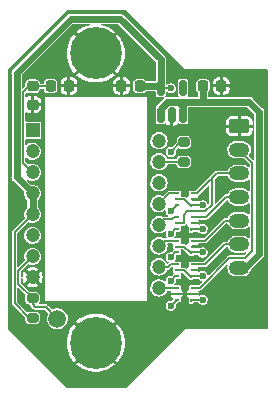
<source format=gtl>
G04 #@! TF.GenerationSoftware,KiCad,Pcbnew,(6.0.5)*
G04 #@! TF.CreationDate,2022-07-09T20:48:00-07:00*
G04 #@! TF.ProjectId,track_ball,74726163-6b5f-4626-916c-6c2e6b696361,1*
G04 #@! TF.SameCoordinates,Original*
G04 #@! TF.FileFunction,Copper,L1,Top*
G04 #@! TF.FilePolarity,Positive*
%FSLAX46Y46*%
G04 Gerber Fmt 4.6, Leading zero omitted, Abs format (unit mm)*
G04 Created by KiCad (PCBNEW (6.0.5)) date 2022-07-09 20:48:00*
%MOMM*%
%LPD*%
G01*
G04 APERTURE LIST*
G04 Aperture macros list*
%AMRoundRect*
0 Rectangle with rounded corners*
0 $1 Rounding radius*
0 $2 $3 $4 $5 $6 $7 $8 $9 X,Y pos of 4 corners*
0 Add a 4 corners polygon primitive as box body*
4,1,4,$2,$3,$4,$5,$6,$7,$8,$9,$2,$3,0*
0 Add four circle primitives for the rounded corners*
1,1,$1+$1,$2,$3*
1,1,$1+$1,$4,$5*
1,1,$1+$1,$6,$7*
1,1,$1+$1,$8,$9*
0 Add four rect primitives between the rounded corners*
20,1,$1+$1,$2,$3,$4,$5,0*
20,1,$1+$1,$4,$5,$6,$7,0*
20,1,$1+$1,$6,$7,$8,$9,0*
20,1,$1+$1,$8,$9,$2,$3,0*%
%AMFreePoly0*
4,1,7,0.100000,-0.225000,-0.100000,-0.225000,-0.100000,0.075000,-0.200000,0.075000,-0.200000,0.225000,0.100000,0.225000,0.100000,-0.225000,0.100000,-0.225000,$1*%
G04 Aperture macros list end*
G04 #@! TA.AperFunction,SMDPad,CuDef*
%ADD10RoundRect,0.150000X0.150000X-0.512500X0.150000X0.512500X-0.150000X0.512500X-0.150000X-0.512500X0*%
G04 #@! TD*
G04 #@! TA.AperFunction,SMDPad,CuDef*
%ADD11FreePoly0,90.000000*%
G04 #@! TD*
G04 #@! TA.AperFunction,SMDPad,CuDef*
%ADD12R,0.450000X0.200000*%
G04 #@! TD*
G04 #@! TA.AperFunction,SMDPad,CuDef*
%ADD13RoundRect,0.225000X-0.250000X0.225000X-0.250000X-0.225000X0.250000X-0.225000X0.250000X0.225000X0*%
G04 #@! TD*
G04 #@! TA.AperFunction,ComponentPad*
%ADD14R,1.200000X1.200000*%
G04 #@! TD*
G04 #@! TA.AperFunction,ComponentPad*
%ADD15C,1.200000*%
G04 #@! TD*
G04 #@! TA.AperFunction,SMDPad,CuDef*
%ADD16C,1.500000*%
G04 #@! TD*
G04 #@! TA.AperFunction,ComponentPad*
%ADD17RoundRect,0.250000X-0.625000X0.350000X-0.625000X-0.350000X0.625000X-0.350000X0.625000X0.350000X0*%
G04 #@! TD*
G04 #@! TA.AperFunction,ComponentPad*
%ADD18O,1.750000X1.200000*%
G04 #@! TD*
G04 #@! TA.AperFunction,SMDPad,CuDef*
%ADD19RoundRect,0.225000X-0.225000X-0.250000X0.225000X-0.250000X0.225000X0.250000X-0.225000X0.250000X0*%
G04 #@! TD*
G04 #@! TA.AperFunction,SMDPad,CuDef*
%ADD20RoundRect,0.200000X0.275000X-0.200000X0.275000X0.200000X-0.275000X0.200000X-0.275000X-0.200000X0*%
G04 #@! TD*
G04 #@! TA.AperFunction,SMDPad,CuDef*
%ADD21RoundRect,0.200000X-0.275000X0.200000X-0.275000X-0.200000X0.275000X-0.200000X0.275000X0.200000X0*%
G04 #@! TD*
G04 #@! TA.AperFunction,ComponentPad*
%ADD22C,0.700000*%
G04 #@! TD*
G04 #@! TA.AperFunction,ComponentPad*
%ADD23C,4.400000*%
G04 #@! TD*
G04 #@! TA.AperFunction,SMDPad,CuDef*
%ADD24RoundRect,0.225000X0.225000X0.250000X-0.225000X0.250000X-0.225000X-0.250000X0.225000X-0.250000X0*%
G04 #@! TD*
G04 #@! TA.AperFunction,ViaPad*
%ADD25C,0.600000*%
G04 #@! TD*
G04 #@! TA.AperFunction,Conductor*
%ADD26C,0.200000*%
G04 #@! TD*
G04 #@! TA.AperFunction,Conductor*
%ADD27C,0.600000*%
G04 #@! TD*
G04 APERTURE END LIST*
D10*
X172950000Y-79837500D03*
X173900000Y-79837500D03*
X174850000Y-79837500D03*
X174850000Y-77562500D03*
X172950000Y-77562500D03*
D11*
X175675000Y-89500000D03*
D12*
X175675000Y-89000000D03*
X175675000Y-88500000D03*
X174325000Y-88500000D03*
X174325000Y-89000000D03*
X174325000Y-89500000D03*
D13*
X162100000Y-77425000D03*
X162100000Y-78975000D03*
D11*
X175675000Y-95500000D03*
D12*
X175675000Y-95000000D03*
X175675000Y-94500000D03*
X174325000Y-94500000D03*
X174325000Y-95000000D03*
X174325000Y-95500000D03*
D11*
X175675000Y-93500000D03*
D12*
X175675000Y-93000000D03*
X175675000Y-92500000D03*
X174325000Y-92500000D03*
X174325000Y-93000000D03*
X174325000Y-93500000D03*
D14*
X162100000Y-81150000D03*
D15*
X162100000Y-82930000D03*
X162100000Y-84710000D03*
X162100000Y-86490000D03*
X162100000Y-88270000D03*
X162100000Y-90050000D03*
X162100000Y-91830000D03*
X162100000Y-93610000D03*
X172800000Y-94500000D03*
X172800000Y-92720000D03*
X172800000Y-90940000D03*
X172800000Y-89160000D03*
X172800000Y-87380000D03*
X172800000Y-85600000D03*
X172800000Y-83820000D03*
X172800000Y-82040000D03*
D16*
X164200000Y-97100000D03*
D11*
X175675000Y-91500000D03*
D12*
X175675000Y-91000000D03*
X175675000Y-90500000D03*
X174325000Y-90500000D03*
X174325000Y-91000000D03*
X174325000Y-91500000D03*
D17*
X179600000Y-80800000D03*
D18*
X179600000Y-82800000D03*
X179600000Y-84800000D03*
X179600000Y-86800000D03*
X179600000Y-88800000D03*
X179600000Y-90800000D03*
X179600000Y-92800000D03*
D19*
X163625000Y-77400000D03*
X165175000Y-77400000D03*
D20*
X174900000Y-83825000D03*
X174900000Y-82175000D03*
D11*
X175675000Y-87500000D03*
D12*
X175675000Y-87000000D03*
X175675000Y-86500000D03*
X174325000Y-86500000D03*
X174325000Y-87000000D03*
X174325000Y-87500000D03*
D21*
X162100000Y-95375000D03*
X162100000Y-97025000D03*
D22*
X167450000Y-73000000D03*
X166283274Y-75816726D03*
X165800000Y-74650000D03*
D23*
X167450000Y-74650000D03*
D22*
X168616726Y-75816726D03*
X169100000Y-74650000D03*
X166283274Y-73483274D03*
X167450000Y-76300000D03*
X168616726Y-73483274D03*
D24*
X171175000Y-77400000D03*
X169625000Y-77400000D03*
D23*
X167450000Y-99150000D03*
D22*
X166283274Y-97983274D03*
X166283274Y-100316726D03*
X168616726Y-100316726D03*
X167450000Y-97500000D03*
X169100000Y-99150000D03*
X168616726Y-97983274D03*
X167450000Y-100800000D03*
X165800000Y-99150000D03*
D19*
X176525000Y-77400000D03*
X178075000Y-77400000D03*
D25*
X160800000Y-87700000D03*
X178100000Y-95900000D03*
X178100000Y-85900000D03*
X178100000Y-90200000D03*
X162800000Y-99200000D03*
X178100000Y-91900000D03*
X171000000Y-98700000D03*
X180200000Y-77400000D03*
X176700000Y-86600000D03*
X178100000Y-88200000D03*
X177100000Y-83200000D03*
X177100000Y-80900000D03*
X178100000Y-93600000D03*
X174900000Y-85300000D03*
X163700000Y-75700000D03*
X171000000Y-75700000D03*
X161200000Y-90900000D03*
X176500000Y-91500000D03*
X176500000Y-95500000D03*
X176500000Y-87500000D03*
X176500000Y-93500000D03*
X176500000Y-89500000D03*
X173800000Y-83000000D03*
X173800000Y-96000000D03*
X173800000Y-77600000D03*
X173800000Y-93900000D03*
X173800000Y-89900000D03*
X173800000Y-88000000D03*
X173800000Y-91900000D03*
D26*
X163600000Y-77425000D02*
X163625000Y-77400000D01*
X162100000Y-77425000D02*
X163600000Y-77425000D01*
X162100000Y-84710000D02*
X161273489Y-83883489D01*
X161273489Y-83883489D02*
X161273489Y-77951511D01*
X161273489Y-77951511D02*
X162000000Y-77225000D01*
X174325000Y-93000000D02*
X174896978Y-93000000D01*
X176500000Y-95500000D02*
X175675000Y-95500000D01*
X174325000Y-91000000D02*
X174896978Y-91000000D01*
D27*
X181300000Y-91600000D02*
X180100000Y-92800000D01*
D26*
X175396978Y-93500000D02*
X175675000Y-93500000D01*
D27*
X174850000Y-79150000D02*
X174850000Y-79837500D01*
D26*
X174896978Y-91000000D02*
X175396978Y-91500000D01*
D27*
X180448480Y-78748480D02*
X181300000Y-79600000D01*
D26*
X174896978Y-87000000D02*
X175396978Y-87500000D01*
X175396978Y-87500000D02*
X175675000Y-87500000D01*
X175675000Y-93500000D02*
X176500000Y-93500000D01*
D27*
X172950000Y-79837500D02*
X172950000Y-79309678D01*
X180100000Y-92800000D02*
X179600000Y-92800000D01*
X176525000Y-78721960D02*
X176551520Y-78748480D01*
D26*
X174325000Y-87000000D02*
X174896978Y-87000000D01*
X175675000Y-89500000D02*
X176500000Y-89500000D01*
D27*
X176525000Y-77400000D02*
X176525000Y-78721960D01*
X181300000Y-79600000D02*
X181300000Y-91600000D01*
X174448480Y-78748480D02*
X176551520Y-78748480D01*
X173511198Y-78748480D02*
X174448480Y-78748480D01*
X172950000Y-79309678D02*
X173511198Y-78748480D01*
X176551520Y-78748480D02*
X180448480Y-78748480D01*
D26*
X174896978Y-93000000D02*
X175396978Y-93500000D01*
X175675000Y-91500000D02*
X176500000Y-91500000D01*
D27*
X174448480Y-78748480D02*
X174850000Y-79150000D01*
D26*
X175396978Y-91500000D02*
X175675000Y-91500000D01*
X176500000Y-87500000D02*
X175675000Y-87500000D01*
D27*
X171175000Y-77400000D02*
X172787500Y-77400000D01*
D26*
X174325000Y-89500000D02*
X174200000Y-89500000D01*
D27*
X172787500Y-77400000D02*
X172950000Y-77562500D01*
X172950000Y-75150000D02*
X172950000Y-77562500D01*
D26*
X174325000Y-93500000D02*
X174200000Y-93500000D01*
X174625000Y-82175000D02*
X174900000Y-82175000D01*
X160573480Y-95798480D02*
X161800000Y-97025000D01*
D27*
X162100000Y-86490000D02*
X160746969Y-85136969D01*
X162100000Y-86490000D02*
X162100000Y-88270000D01*
D26*
X173800000Y-88000000D02*
X174300000Y-87500000D01*
D27*
X165330389Y-71700000D02*
X169500000Y-71700000D01*
D26*
X174325000Y-95500000D02*
X174300000Y-95500000D01*
X160573480Y-89796520D02*
X160573480Y-95798480D01*
X173762500Y-77562500D02*
X172950000Y-77562500D01*
X174200000Y-93500000D02*
X173800000Y-93900000D01*
D27*
X169500000Y-71700000D02*
X172950000Y-75150000D01*
X160746969Y-85136969D02*
X160746969Y-76283420D01*
D26*
X162100000Y-88270000D02*
X160573480Y-89796520D01*
X173800000Y-77600000D02*
X173762500Y-77562500D01*
D27*
X160746969Y-76283420D02*
X165330389Y-71700000D01*
D26*
X174300000Y-87500000D02*
X174325000Y-87500000D01*
X174300000Y-95500000D02*
X173800000Y-96000000D01*
X174200000Y-91500000D02*
X173800000Y-91900000D01*
X161800000Y-97025000D02*
X162100000Y-97025000D01*
X173800000Y-83000000D02*
X174625000Y-82175000D01*
X174325000Y-91500000D02*
X174200000Y-91500000D01*
X174200000Y-89500000D02*
X173800000Y-89900000D01*
X179600000Y-82800000D02*
X180701520Y-83901520D01*
X178771120Y-91973480D02*
X176244600Y-94500000D01*
X180126520Y-91973480D02*
X178771120Y-91973480D01*
X180701520Y-91398480D02*
X180126520Y-91973480D01*
X180701520Y-83901520D02*
X180701520Y-91398480D01*
X176244600Y-94500000D02*
X175675000Y-94500000D01*
X174900000Y-89000000D02*
X174900000Y-88300000D01*
X174900000Y-88300000D02*
X175173489Y-88026511D01*
X177700000Y-84800000D02*
X179600000Y-84800000D01*
X177300000Y-85200000D02*
X177700000Y-84800000D01*
X176000000Y-86500000D02*
X175675000Y-86500000D01*
X177200000Y-85300000D02*
X176000000Y-86500000D01*
X177300000Y-87444600D02*
X177300000Y-85200000D01*
X175173489Y-88026511D02*
X176718089Y-88026511D01*
X176718089Y-88026511D02*
X177300000Y-87444600D01*
X174325000Y-89000000D02*
X174900000Y-89000000D01*
X178500000Y-86800000D02*
X176800000Y-88500000D01*
X179600000Y-86800000D02*
X178500000Y-86800000D01*
X176800000Y-88500000D02*
X175675000Y-88500000D01*
X176700000Y-90500000D02*
X175675000Y-90500000D01*
X178400000Y-88800000D02*
X176700000Y-90500000D01*
X179600000Y-88800000D02*
X178400000Y-88800000D01*
X178400000Y-90800000D02*
X176700000Y-92500000D01*
X176700000Y-92500000D02*
X175675000Y-92500000D01*
X179600000Y-90800000D02*
X178400000Y-90800000D01*
X162100000Y-95900000D02*
X162300000Y-96100000D01*
X162100000Y-95375000D02*
X162100000Y-95900000D01*
X160900000Y-93030000D02*
X160900000Y-94175000D01*
X162100000Y-91830000D02*
X160900000Y-93030000D01*
X162300000Y-96100000D02*
X163200000Y-96100000D01*
X162100000Y-95100000D02*
X162100000Y-95675000D01*
X160900000Y-94175000D02*
X162100000Y-95375000D01*
X163200000Y-96100000D02*
X164200000Y-97100000D01*
X174895000Y-83820000D02*
X174900000Y-83825000D01*
X172800000Y-83820000D02*
X174895000Y-83820000D01*
X173680000Y-86500000D02*
X172800000Y-87380000D01*
X174325000Y-86500000D02*
X173680000Y-86500000D01*
X174325000Y-88500000D02*
X174073489Y-88500000D01*
X173873489Y-88700000D02*
X173260000Y-88700000D01*
X173260000Y-88700000D02*
X172800000Y-89160000D01*
X174073489Y-88500000D02*
X173873489Y-88700000D01*
X173240000Y-90500000D02*
X172800000Y-90940000D01*
X174325000Y-90500000D02*
X173240000Y-90500000D01*
X174325000Y-92500000D02*
X173800000Y-92500000D01*
X173800000Y-92500000D02*
X173580000Y-92720000D01*
X173580000Y-92720000D02*
X172800000Y-92720000D01*
X172800000Y-94500000D02*
X174325000Y-94500000D01*
G04 #@! TA.AperFunction,Conductor*
G36*
X170017892Y-71019306D02*
G01*
X174999153Y-76000567D01*
X174999235Y-76000765D01*
X174999433Y-76000847D01*
X175000000Y-76001082D01*
X175000198Y-76001000D01*
X181936500Y-76001000D01*
X181980694Y-76019306D01*
X181999000Y-76063500D01*
X181999000Y-97936500D01*
X181980694Y-97980694D01*
X181936500Y-97999000D01*
X175000198Y-97999000D01*
X175000000Y-97998918D01*
X174999802Y-97999000D01*
X174999235Y-97999235D01*
X174999153Y-97999433D01*
X170017892Y-102980694D01*
X169973698Y-102999000D01*
X165026302Y-102999000D01*
X164982108Y-102980694D01*
X162973957Y-100972543D01*
X165811898Y-100972543D01*
X165815964Y-100981938D01*
X165881245Y-101043241D01*
X165884247Y-101045725D01*
X166130893Y-101224923D01*
X166134205Y-101227025D01*
X166401343Y-101373885D01*
X166404907Y-101375562D01*
X166688348Y-101487784D01*
X166692078Y-101488996D01*
X166987343Y-101564808D01*
X166991216Y-101565546D01*
X167293649Y-101603753D01*
X167297579Y-101604000D01*
X167602421Y-101604000D01*
X167606351Y-101603753D01*
X167908784Y-101565546D01*
X167912657Y-101564808D01*
X168207922Y-101488996D01*
X168211652Y-101487784D01*
X168495093Y-101375562D01*
X168498657Y-101373885D01*
X168765795Y-101227025D01*
X168769107Y-101224923D01*
X169015753Y-101045725D01*
X169018755Y-101043241D01*
X169084409Y-100981587D01*
X169088087Y-100973441D01*
X169084319Y-100963924D01*
X167458790Y-99338395D01*
X167450000Y-99334754D01*
X167441210Y-99338395D01*
X165815318Y-100964287D01*
X165811898Y-100972543D01*
X162973957Y-100972543D01*
X161153369Y-99151955D01*
X164991271Y-99151955D01*
X165010414Y-99456218D01*
X165010905Y-99460105D01*
X165068028Y-99759559D01*
X165069005Y-99763363D01*
X165163212Y-100053303D01*
X165164650Y-100056934D01*
X165294457Y-100332788D01*
X165296341Y-100336215D01*
X165459695Y-100593619D01*
X165462000Y-100596792D01*
X165617787Y-100785105D01*
X165626195Y-100789557D01*
X165632900Y-100787495D01*
X167261605Y-99158790D01*
X167265246Y-99150000D01*
X167634754Y-99150000D01*
X167638395Y-99158790D01*
X169265499Y-100785894D01*
X169274289Y-100789535D01*
X169280770Y-100786850D01*
X169438000Y-100596792D01*
X169440305Y-100593619D01*
X169603659Y-100336215D01*
X169605543Y-100332788D01*
X169735350Y-100056934D01*
X169736788Y-100053303D01*
X169830995Y-99763363D01*
X169831972Y-99759559D01*
X169889095Y-99460105D01*
X169889586Y-99456218D01*
X169908729Y-99151955D01*
X169908729Y-99148045D01*
X169889586Y-98843782D01*
X169889095Y-98839895D01*
X169831972Y-98540441D01*
X169830995Y-98536637D01*
X169736788Y-98246697D01*
X169735350Y-98243066D01*
X169605543Y-97967212D01*
X169603659Y-97963785D01*
X169440305Y-97706381D01*
X169438000Y-97703208D01*
X169282213Y-97514895D01*
X169273805Y-97510443D01*
X169267100Y-97512505D01*
X167638395Y-99141210D01*
X167634754Y-99150000D01*
X167265246Y-99150000D01*
X167261605Y-99141210D01*
X165634501Y-97514106D01*
X165625711Y-97510465D01*
X165619230Y-97513150D01*
X165462000Y-97703208D01*
X165459695Y-97706381D01*
X165296341Y-97963785D01*
X165294457Y-97967212D01*
X165164650Y-98243066D01*
X165163212Y-98246697D01*
X165069005Y-98536637D01*
X165068028Y-98540441D01*
X165010905Y-98839895D01*
X165010414Y-98843782D01*
X164991271Y-99148045D01*
X164991271Y-99151955D01*
X161153369Y-99151955D01*
X160019306Y-98017892D01*
X160001000Y-97973698D01*
X160001000Y-85150548D01*
X160314853Y-85150548D01*
X160315692Y-85155141D01*
X160315692Y-85155143D01*
X160325021Y-85206220D01*
X160325342Y-85208153D01*
X160333752Y-85264091D01*
X160335776Y-85268307D01*
X160336129Y-85269453D01*
X160336227Y-85269854D01*
X160336560Y-85270882D01*
X160336716Y-85271262D01*
X160337109Y-85272411D01*
X160337949Y-85277008D01*
X160340104Y-85281156D01*
X160340104Y-85281157D01*
X160364023Y-85327203D01*
X160364901Y-85328959D01*
X160389398Y-85379974D01*
X160392572Y-85383408D01*
X160393255Y-85384413D01*
X160393679Y-85385125D01*
X160395569Y-85387929D01*
X160397208Y-85391085D01*
X160401296Y-85395873D01*
X160437439Y-85432016D01*
X160439140Y-85433785D01*
X160476658Y-85474372D01*
X160480701Y-85476720D01*
X160484345Y-85479640D01*
X160484065Y-85479989D01*
X160489902Y-85484479D01*
X161359467Y-86354044D01*
X161377773Y-86398238D01*
X161377281Y-86406061D01*
X161367968Y-86479778D01*
X161368309Y-86483255D01*
X161383077Y-86633868D01*
X161383895Y-86642213D01*
X161384997Y-86645525D01*
X161384997Y-86645526D01*
X161429697Y-86779898D01*
X161435413Y-86797082D01*
X161437223Y-86800071D01*
X161437225Y-86800075D01*
X161464816Y-86845632D01*
X161519962Y-86936689D01*
X161633340Y-87054095D01*
X161636262Y-87056007D01*
X161636263Y-87056008D01*
X161644224Y-87061218D01*
X161671180Y-87100735D01*
X161672500Y-87113515D01*
X161672500Y-87644958D01*
X161654194Y-87689152D01*
X161650801Y-87692154D01*
X161649272Y-87693095D01*
X161646775Y-87695540D01*
X161646774Y-87695541D01*
X161641658Y-87700551D01*
X161532661Y-87807289D01*
X161530771Y-87810222D01*
X161530770Y-87810223D01*
X161489845Y-87873726D01*
X161444247Y-87944481D01*
X161427846Y-87989542D01*
X161391853Y-88088432D01*
X161388424Y-88097852D01*
X161376703Y-88190633D01*
X161368697Y-88254011D01*
X161367968Y-88259778D01*
X161369939Y-88279882D01*
X161381152Y-88394233D01*
X161383895Y-88422213D01*
X161384997Y-88425525D01*
X161384997Y-88425526D01*
X161432158Y-88567298D01*
X161428738Y-88615011D01*
X161417047Y-88631220D01*
X160916822Y-89131444D01*
X160417973Y-89630293D01*
X160415621Y-89632527D01*
X160385317Y-89659812D01*
X160382647Y-89665810D01*
X160382645Y-89665812D01*
X160374933Y-89683135D01*
X160370252Y-89691756D01*
X160359926Y-89707657D01*
X160356346Y-89713170D01*
X160354754Y-89723222D01*
X160350122Y-89738860D01*
X160345980Y-89748163D01*
X160345980Y-89773697D01*
X160345211Y-89783474D01*
X160343332Y-89795341D01*
X160341217Y-89808692D01*
X160343852Y-89818525D01*
X160345980Y-89834695D01*
X160345980Y-95790907D01*
X160345894Y-95794178D01*
X160343762Y-95834864D01*
X160352915Y-95858711D01*
X160355696Y-95868099D01*
X160361006Y-95893080D01*
X160364868Y-95898396D01*
X160364869Y-95898398D01*
X160366988Y-95901315D01*
X160374771Y-95915648D01*
X160378420Y-95925153D01*
X160396474Y-95943207D01*
X160402844Y-95950665D01*
X160409785Y-95960218D01*
X160417852Y-95971322D01*
X160423539Y-95974605D01*
X160423543Y-95974609D01*
X160426668Y-95976413D01*
X160439612Y-95986345D01*
X161479195Y-97025928D01*
X161497501Y-97070122D01*
X161497501Y-97263374D01*
X161497766Y-97265385D01*
X161497766Y-97265390D01*
X161500143Y-97283448D01*
X161503779Y-97311071D01*
X161505800Y-97315404D01*
X161505800Y-97315405D01*
X161550277Y-97410787D01*
X161550279Y-97410789D01*
X161552589Y-97415744D01*
X161634256Y-97497411D01*
X161639211Y-97499721D01*
X161639213Y-97499723D01*
X161662203Y-97510443D01*
X161738929Y-97546221D01*
X161752295Y-97547981D01*
X161784593Y-97552233D01*
X161784601Y-97552233D01*
X161786625Y-97552500D01*
X161788672Y-97552500D01*
X162100844Y-97552499D01*
X162413374Y-97552499D01*
X162415385Y-97552234D01*
X162415390Y-97552234D01*
X162456331Y-97546845D01*
X162456332Y-97546845D01*
X162461071Y-97546221D01*
X162531992Y-97513150D01*
X162560787Y-97499723D01*
X162560789Y-97499721D01*
X162565744Y-97497411D01*
X162647411Y-97415744D01*
X162649721Y-97410789D01*
X162649723Y-97410787D01*
X162688580Y-97327457D01*
X162696221Y-97311071D01*
X162697981Y-97297705D01*
X162702233Y-97265407D01*
X162702233Y-97265399D01*
X162702500Y-97263375D01*
X162702499Y-96786626D01*
X162696920Y-96744235D01*
X162696845Y-96743669D01*
X162696845Y-96743668D01*
X162696221Y-96738929D01*
X162660160Y-96661596D01*
X162649723Y-96639213D01*
X162649721Y-96639211D01*
X162647411Y-96634256D01*
X162565744Y-96552589D01*
X162560789Y-96550279D01*
X162560787Y-96550277D01*
X162489108Y-96516853D01*
X162461071Y-96503779D01*
X162447705Y-96502019D01*
X162415407Y-96497767D01*
X162415399Y-96497767D01*
X162413375Y-96497500D01*
X162411328Y-96497500D01*
X162099156Y-96497501D01*
X161786626Y-96497501D01*
X161784615Y-96497766D01*
X161784610Y-96497766D01*
X161743669Y-96503155D01*
X161743668Y-96503155D01*
X161738929Y-96503779D01*
X161684193Y-96529303D01*
X161636404Y-96531390D01*
X161613586Y-96516853D01*
X161216954Y-96120220D01*
X160819286Y-95722552D01*
X160800980Y-95678358D01*
X160800980Y-94548601D01*
X160819286Y-94504407D01*
X160863480Y-94486101D01*
X160907674Y-94504407D01*
X161199041Y-94795775D01*
X161480638Y-95077372D01*
X161498944Y-95121566D01*
X161498410Y-95129712D01*
X161497500Y-95136625D01*
X161497501Y-95613374D01*
X161497766Y-95615385D01*
X161497766Y-95615390D01*
X161502962Y-95654864D01*
X161503779Y-95661071D01*
X161505800Y-95665404D01*
X161505800Y-95665405D01*
X161550277Y-95760787D01*
X161550279Y-95760789D01*
X161552589Y-95765744D01*
X161634256Y-95847411D01*
X161639211Y-95849721D01*
X161639213Y-95849723D01*
X161677845Y-95867737D01*
X161738929Y-95896221D01*
X161749009Y-95897548D01*
X161784593Y-95902233D01*
X161784601Y-95902233D01*
X161786625Y-95902500D01*
X161814320Y-95902500D01*
X161858514Y-95920806D01*
X161872668Y-95942601D01*
X161879431Y-95960218D01*
X161882216Y-95969619D01*
X161887526Y-95994600D01*
X161891388Y-95999916D01*
X161891389Y-95999918D01*
X161893508Y-96002835D01*
X161901291Y-96017168D01*
X161904940Y-96026673D01*
X161922994Y-96044727D01*
X161929363Y-96052184D01*
X161944372Y-96072842D01*
X161950059Y-96076125D01*
X161950063Y-96076129D01*
X161953188Y-96077933D01*
X161966132Y-96087865D01*
X162133754Y-96255487D01*
X162136007Y-96257860D01*
X162163292Y-96288163D01*
X162169293Y-96290835D01*
X162186621Y-96298550D01*
X162195239Y-96303229D01*
X162211142Y-96313557D01*
X162211144Y-96313558D01*
X162216651Y-96317134D01*
X162226702Y-96318726D01*
X162242344Y-96323360D01*
X162245643Y-96324829D01*
X162245645Y-96324829D01*
X162251643Y-96327500D01*
X162277178Y-96327500D01*
X162286957Y-96328270D01*
X162312172Y-96332264D01*
X162322008Y-96329628D01*
X162338179Y-96327500D01*
X163079879Y-96327500D01*
X163124073Y-96345806D01*
X163405952Y-96627685D01*
X163424258Y-96671879D01*
X163415885Y-96703127D01*
X163393948Y-96741122D01*
X163392938Y-96744231D01*
X163392936Y-96744235D01*
X163370848Y-96812216D01*
X163336947Y-96916552D01*
X163317666Y-97100000D01*
X163336947Y-97283448D01*
X163337959Y-97286562D01*
X163337959Y-97286563D01*
X163348194Y-97318062D01*
X163393948Y-97458878D01*
X163486177Y-97618623D01*
X163609603Y-97755702D01*
X163758833Y-97864124D01*
X163927344Y-97939150D01*
X163930548Y-97939831D01*
X164104570Y-97976820D01*
X164104574Y-97976820D01*
X164107771Y-97977500D01*
X164292229Y-97977500D01*
X164295426Y-97976820D01*
X164295430Y-97976820D01*
X164469452Y-97939831D01*
X164472656Y-97939150D01*
X164641167Y-97864124D01*
X164790397Y-97755702D01*
X164913823Y-97618623D01*
X165006052Y-97458878D01*
X165049045Y-97326559D01*
X165811913Y-97326559D01*
X165815681Y-97336076D01*
X167441210Y-98961605D01*
X167450000Y-98965246D01*
X167458790Y-98961605D01*
X169084682Y-97335713D01*
X169088102Y-97327457D01*
X169084036Y-97318062D01*
X169018755Y-97256759D01*
X169015753Y-97254275D01*
X168769107Y-97075077D01*
X168765795Y-97072975D01*
X168498657Y-96926115D01*
X168495093Y-96924438D01*
X168211652Y-96812216D01*
X168207922Y-96811004D01*
X167912657Y-96735192D01*
X167908784Y-96734454D01*
X167606351Y-96696247D01*
X167602421Y-96696000D01*
X167297579Y-96696000D01*
X167293649Y-96696247D01*
X166991216Y-96734454D01*
X166987343Y-96735192D01*
X166692078Y-96811004D01*
X166688348Y-96812216D01*
X166404907Y-96924438D01*
X166401343Y-96926115D01*
X166134205Y-97072975D01*
X166130893Y-97075077D01*
X165884247Y-97254275D01*
X165881245Y-97256759D01*
X165815591Y-97318413D01*
X165811913Y-97326559D01*
X165049045Y-97326559D01*
X165051806Y-97318062D01*
X165062041Y-97286563D01*
X165062041Y-97286562D01*
X165063053Y-97283448D01*
X165082334Y-97100000D01*
X165063053Y-96916552D01*
X165006052Y-96741122D01*
X165002629Y-96735192D01*
X164944353Y-96634256D01*
X164913823Y-96581377D01*
X164790397Y-96444298D01*
X164641167Y-96335876D01*
X164472656Y-96260850D01*
X164452920Y-96256655D01*
X164295430Y-96223180D01*
X164295426Y-96223180D01*
X164292229Y-96222500D01*
X164107771Y-96222500D01*
X164104574Y-96223180D01*
X164104570Y-96223180D01*
X163947080Y-96256655D01*
X163927344Y-96260850D01*
X163924358Y-96262179D01*
X163924347Y-96262183D01*
X163797228Y-96318781D01*
X163749409Y-96320034D01*
X163727613Y-96305879D01*
X163416458Y-95994724D01*
X173368136Y-95994724D01*
X173368713Y-95999137D01*
X173368713Y-95999138D01*
X173371071Y-96017168D01*
X173384014Y-96116145D01*
X173385807Y-96120220D01*
X173430812Y-96222500D01*
X173433333Y-96228230D01*
X173512127Y-96321968D01*
X173515832Y-96324434D01*
X173515834Y-96324436D01*
X173533794Y-96336391D01*
X173614064Y-96389823D01*
X173730948Y-96426340D01*
X173735398Y-96426422D01*
X173735401Y-96426422D01*
X173785074Y-96427332D01*
X173853383Y-96428584D01*
X173906088Y-96414215D01*
X173967226Y-96397548D01*
X173967229Y-96397547D01*
X173971527Y-96396375D01*
X173975323Y-96394044D01*
X173975326Y-96394043D01*
X174072083Y-96334633D01*
X174075881Y-96332301D01*
X174158058Y-96241513D01*
X174211451Y-96131311D01*
X174214003Y-96116145D01*
X174225432Y-96048206D01*
X174231767Y-96010552D01*
X174231896Y-96000000D01*
X174222528Y-95934584D01*
X174234384Y-95888241D01*
X174240203Y-95881530D01*
X174375927Y-95745806D01*
X174420121Y-95727500D01*
X174562558Y-95727500D01*
X174567616Y-95726494D01*
X174593713Y-95721303D01*
X174593715Y-95721302D01*
X174599748Y-95720102D01*
X174641922Y-95691922D01*
X174670102Y-95649748D01*
X174672973Y-95635318D01*
X174676901Y-95615569D01*
X174677500Y-95612558D01*
X174677500Y-95387442D01*
X174675777Y-95378781D01*
X174673857Y-95369128D01*
X174683189Y-95322211D01*
X174700433Y-95304967D01*
X174728007Y-95286543D01*
X174736543Y-95278007D01*
X174785843Y-95204225D01*
X174790464Y-95193067D01*
X174803401Y-95128030D01*
X174804000Y-95121946D01*
X174804000Y-95121945D01*
X175196001Y-95121945D01*
X175196600Y-95128030D01*
X175209536Y-95193068D01*
X175214157Y-95204224D01*
X175263457Y-95278007D01*
X175271993Y-95286543D01*
X175299567Y-95304967D01*
X175326143Y-95344740D01*
X175326143Y-95369127D01*
X175325030Y-95374726D01*
X175320002Y-95400000D01*
X175320002Y-95700000D01*
X175320601Y-95703011D01*
X175328697Y-95743713D01*
X175328698Y-95743715D01*
X175329898Y-95749748D01*
X175358078Y-95791922D01*
X175400252Y-95820102D01*
X175406285Y-95821302D01*
X175406287Y-95821303D01*
X175441469Y-95828301D01*
X175450000Y-95829998D01*
X175600000Y-95829998D01*
X175608531Y-95828301D01*
X175643713Y-95821303D01*
X175643715Y-95821302D01*
X175649748Y-95820102D01*
X175691922Y-95791922D01*
X175714739Y-95757774D01*
X175754511Y-95731199D01*
X175766705Y-95729998D01*
X175900000Y-95729998D01*
X175906522Y-95728701D01*
X175918713Y-95727500D01*
X176103608Y-95727500D01*
X176147802Y-95745806D01*
X176151449Y-95749781D01*
X176165846Y-95766909D01*
X176207685Y-95816683D01*
X176212127Y-95821968D01*
X176215832Y-95824434D01*
X176215834Y-95824436D01*
X176283826Y-95869695D01*
X176314064Y-95889823D01*
X176430948Y-95926340D01*
X176435398Y-95926422D01*
X176435401Y-95926422D01*
X176485074Y-95927332D01*
X176553383Y-95928584D01*
X176624613Y-95909165D01*
X176667226Y-95897548D01*
X176667229Y-95897547D01*
X176671527Y-95896375D01*
X176675323Y-95894044D01*
X176675326Y-95894043D01*
X176772083Y-95834633D01*
X176775881Y-95832301D01*
X176858058Y-95741513D01*
X176911451Y-95631311D01*
X176913198Y-95620932D01*
X176931367Y-95512928D01*
X176931767Y-95510552D01*
X176931896Y-95500000D01*
X176914536Y-95378781D01*
X176863852Y-95267307D01*
X176832982Y-95231480D01*
X176786826Y-95177914D01*
X176783918Y-95174539D01*
X176681160Y-95107935D01*
X176563838Y-95072848D01*
X176502611Y-95072474D01*
X176445838Y-95072127D01*
X176445837Y-95072127D01*
X176441385Y-95072100D01*
X176323644Y-95105751D01*
X176319879Y-95108127D01*
X176319878Y-95108127D01*
X176249671Y-95152424D01*
X176202526Y-95160525D01*
X176163462Y-95132917D01*
X176158578Y-95123484D01*
X176150359Y-95103641D01*
X176141569Y-95100000D01*
X175208432Y-95100000D01*
X175199642Y-95103641D01*
X175196001Y-95112431D01*
X175196001Y-95121945D01*
X174804000Y-95121945D01*
X174804000Y-95112431D01*
X174800359Y-95103641D01*
X174791569Y-95100000D01*
X173858432Y-95100000D01*
X173849642Y-95103641D01*
X173846001Y-95112431D01*
X173846001Y-95121945D01*
X173846600Y-95128030D01*
X173859536Y-95193068D01*
X173864157Y-95204224D01*
X173913457Y-95278007D01*
X173921993Y-95286543D01*
X173949567Y-95304967D01*
X173976143Y-95344740D01*
X173976143Y-95369128D01*
X173974223Y-95378781D01*
X173972500Y-95387442D01*
X173972500Y-95479878D01*
X173954194Y-95524072D01*
X173921733Y-95556533D01*
X173877539Y-95574839D01*
X173868303Y-95574153D01*
X173868101Y-95574123D01*
X173863838Y-95572848D01*
X173804392Y-95572485D01*
X173745838Y-95572127D01*
X173745837Y-95572127D01*
X173741385Y-95572100D01*
X173623644Y-95605751D01*
X173520080Y-95671095D01*
X173517137Y-95674427D01*
X173517135Y-95674429D01*
X173450615Y-95749748D01*
X173439018Y-95762879D01*
X173437126Y-95766909D01*
X173388868Y-95869695D01*
X173388867Y-95869698D01*
X173386976Y-95873726D01*
X173368136Y-95994724D01*
X163416458Y-95994724D01*
X163366227Y-95944493D01*
X163363993Y-95942141D01*
X163336708Y-95911837D01*
X163330710Y-95909167D01*
X163330708Y-95909165D01*
X163313385Y-95901453D01*
X163304764Y-95896772D01*
X163288863Y-95886446D01*
X163288862Y-95886446D01*
X163283350Y-95882866D01*
X163273298Y-95881274D01*
X163257660Y-95876642D01*
X163248357Y-95872500D01*
X163222823Y-95872500D01*
X163213046Y-95871731D01*
X163194314Y-95868764D01*
X163194313Y-95868764D01*
X163187828Y-95867737D01*
X163177995Y-95870372D01*
X163161825Y-95872500D01*
X162691543Y-95872500D01*
X162647349Y-95854194D01*
X162629043Y-95810000D01*
X162643129Y-95775994D01*
X162640408Y-95774089D01*
X162643543Y-95769612D01*
X162647411Y-95765744D01*
X162649721Y-95760789D01*
X162649723Y-95760787D01*
X162678068Y-95700000D01*
X162696221Y-95661071D01*
X162700211Y-95630765D01*
X162700312Y-95630000D01*
X163148918Y-95630000D01*
X163149000Y-95630198D01*
X163149235Y-95630765D01*
X163150000Y-95631082D01*
X163150198Y-95631000D01*
X171749802Y-95631000D01*
X171750000Y-95631082D01*
X171750765Y-95630765D01*
X171751000Y-95630198D01*
X171751082Y-95630000D01*
X171751000Y-95629802D01*
X171751000Y-85589778D01*
X172067968Y-85589778D01*
X172083895Y-85752213D01*
X172084997Y-85755525D01*
X172084997Y-85755526D01*
X172133098Y-85900122D01*
X172135413Y-85907082D01*
X172137223Y-85910071D01*
X172137225Y-85910075D01*
X172153866Y-85937552D01*
X172219962Y-86046689D01*
X172333340Y-86164095D01*
X172336259Y-86166005D01*
X172336260Y-86166006D01*
X172358762Y-86180731D01*
X172469911Y-86253465D01*
X172622888Y-86310356D01*
X172626343Y-86310817D01*
X172626347Y-86310818D01*
X172716518Y-86322849D01*
X172784668Y-86331942D01*
X172788141Y-86331626D01*
X172788144Y-86331626D01*
X172866455Y-86324499D01*
X172947210Y-86317150D01*
X173102435Y-86266714D01*
X173232831Y-86188983D01*
X173239627Y-86184932D01*
X173239630Y-86184930D01*
X173242629Y-86183142D01*
X173342084Y-86088432D01*
X173358294Y-86072996D01*
X173358297Y-86072993D01*
X173360823Y-86070587D01*
X173451144Y-85934643D01*
X173509103Y-85782067D01*
X173531818Y-85620442D01*
X173532103Y-85600000D01*
X173531884Y-85598047D01*
X173514300Y-85441277D01*
X173514299Y-85441273D01*
X173513910Y-85437804D01*
X173460234Y-85283669D01*
X173373744Y-85145256D01*
X173258739Y-85029444D01*
X173233287Y-85013292D01*
X173123879Y-84943859D01*
X173123875Y-84943857D01*
X173120933Y-84941990D01*
X172967176Y-84887240D01*
X172890720Y-84878123D01*
X172808578Y-84868328D01*
X172808574Y-84868328D01*
X172805111Y-84867915D01*
X172712278Y-84877672D01*
X172646262Y-84884610D01*
X172646259Y-84884611D01*
X172642792Y-84884975D01*
X172639491Y-84886099D01*
X172639490Y-84886099D01*
X172632693Y-84888413D01*
X172488286Y-84937573D01*
X172349272Y-85023095D01*
X172346780Y-85025536D01*
X172346778Y-85025537D01*
X172340254Y-85031926D01*
X172232661Y-85137289D01*
X172230771Y-85140222D01*
X172230770Y-85140223D01*
X172206631Y-85177679D01*
X172144247Y-85274481D01*
X172127635Y-85320121D01*
X172096007Y-85407019D01*
X172088424Y-85427852D01*
X172067968Y-85589778D01*
X171751000Y-85589778D01*
X171751000Y-83809778D01*
X172067968Y-83809778D01*
X172083895Y-83972213D01*
X172084997Y-83975525D01*
X172084997Y-83975526D01*
X172131529Y-84115405D01*
X172135413Y-84127082D01*
X172137223Y-84130071D01*
X172137225Y-84130075D01*
X172173901Y-84190633D01*
X172219962Y-84266689D01*
X172333340Y-84384095D01*
X172336259Y-84386005D01*
X172336260Y-84386006D01*
X172358762Y-84400731D01*
X172469911Y-84473465D01*
X172622888Y-84530356D01*
X172626343Y-84530817D01*
X172626347Y-84530818D01*
X172705067Y-84541321D01*
X172784668Y-84551942D01*
X172788141Y-84551626D01*
X172788144Y-84551626D01*
X172866455Y-84544499D01*
X172947210Y-84537150D01*
X173102435Y-84486714D01*
X173172532Y-84444928D01*
X173239627Y-84404932D01*
X173239630Y-84404930D01*
X173242629Y-84403142D01*
X173305552Y-84343221D01*
X173358294Y-84292996D01*
X173358297Y-84292993D01*
X173360823Y-84290587D01*
X173451144Y-84154643D01*
X173476533Y-84087806D01*
X173509340Y-84052992D01*
X173534960Y-84047500D01*
X174240599Y-84047500D01*
X174284793Y-84065806D01*
X174302565Y-84101847D01*
X174303779Y-84111071D01*
X174305800Y-84115404D01*
X174305800Y-84115405D01*
X174350277Y-84210787D01*
X174350279Y-84210789D01*
X174352589Y-84215744D01*
X174434256Y-84297411D01*
X174439211Y-84299721D01*
X174439213Y-84299723D01*
X174488015Y-84322479D01*
X174538929Y-84346221D01*
X174552295Y-84347981D01*
X174584593Y-84352233D01*
X174584601Y-84352233D01*
X174586625Y-84352500D01*
X174588672Y-84352500D01*
X174900844Y-84352499D01*
X175213374Y-84352499D01*
X175215385Y-84352234D01*
X175215390Y-84352234D01*
X175256331Y-84346845D01*
X175256332Y-84346845D01*
X175261071Y-84346221D01*
X175268198Y-84342898D01*
X175360787Y-84299723D01*
X175360789Y-84299721D01*
X175365744Y-84297411D01*
X175447411Y-84215744D01*
X175449721Y-84210789D01*
X175449723Y-84210787D01*
X175494200Y-84115404D01*
X175496221Y-84111071D01*
X175499420Y-84086772D01*
X175502233Y-84065407D01*
X175502233Y-84065399D01*
X175502500Y-84063375D01*
X175502499Y-83586626D01*
X175496221Y-83538929D01*
X175478396Y-83500704D01*
X175449723Y-83439213D01*
X175449721Y-83439211D01*
X175447411Y-83434256D01*
X175365744Y-83352589D01*
X175360789Y-83350279D01*
X175360787Y-83350277D01*
X175292771Y-83318561D01*
X175261071Y-83303779D01*
X175246669Y-83301883D01*
X175215407Y-83297767D01*
X175215399Y-83297767D01*
X175213375Y-83297500D01*
X175211328Y-83297500D01*
X174899156Y-83297501D01*
X174586626Y-83297501D01*
X174584615Y-83297766D01*
X174584610Y-83297766D01*
X174543669Y-83303155D01*
X174543668Y-83303155D01*
X174538929Y-83303779D01*
X174534595Y-83305800D01*
X174439213Y-83350277D01*
X174439211Y-83350279D01*
X174434256Y-83352589D01*
X174352589Y-83434256D01*
X174350279Y-83439211D01*
X174350277Y-83439213D01*
X174320221Y-83503669D01*
X174303779Y-83538929D01*
X174303155Y-83543669D01*
X174302042Y-83547488D01*
X174272102Y-83584795D01*
X174242039Y-83592500D01*
X173535585Y-83592500D01*
X173491391Y-83574194D01*
X173476562Y-83550555D01*
X173461384Y-83506972D01*
X173460234Y-83503669D01*
X173373744Y-83365256D01*
X173258739Y-83249444D01*
X173218891Y-83224156D01*
X173123879Y-83163859D01*
X173123875Y-83163857D01*
X173120933Y-83161990D01*
X172967176Y-83107240D01*
X172890720Y-83098123D01*
X172808578Y-83088328D01*
X172808574Y-83088328D01*
X172805111Y-83087915D01*
X172712278Y-83097672D01*
X172646262Y-83104610D01*
X172646259Y-83104611D01*
X172642792Y-83104975D01*
X172639491Y-83106099D01*
X172639490Y-83106099D01*
X172632693Y-83108413D01*
X172488286Y-83157573D01*
X172349272Y-83243095D01*
X172346780Y-83245536D01*
X172346778Y-83245537D01*
X172340254Y-83251926D01*
X172232661Y-83357289D01*
X172230771Y-83360222D01*
X172230770Y-83360223D01*
X172146139Y-83491545D01*
X172144247Y-83494481D01*
X172135584Y-83518282D01*
X172109968Y-83588662D01*
X172088424Y-83647852D01*
X172067968Y-83809778D01*
X171751000Y-83809778D01*
X171751000Y-82994724D01*
X173368136Y-82994724D01*
X173368713Y-82999137D01*
X173368713Y-82999138D01*
X173373255Y-83033870D01*
X173384014Y-83116145D01*
X173385807Y-83120220D01*
X173403672Y-83160820D01*
X173433333Y-83228230D01*
X173451165Y-83249444D01*
X173498537Y-83305800D01*
X173512127Y-83321968D01*
X173515832Y-83324434D01*
X173515834Y-83324436D01*
X173581610Y-83368220D01*
X173614064Y-83389823D01*
X173730948Y-83426340D01*
X173735398Y-83426422D01*
X173735401Y-83426422D01*
X173785074Y-83427332D01*
X173853383Y-83428584D01*
X173923872Y-83409367D01*
X173967226Y-83397548D01*
X173967229Y-83397547D01*
X173971527Y-83396375D01*
X173975323Y-83394044D01*
X173975326Y-83394043D01*
X174072083Y-83334633D01*
X174075881Y-83332301D01*
X174158058Y-83241513D01*
X174211451Y-83131311D01*
X174214003Y-83116145D01*
X174231367Y-83012928D01*
X174231767Y-83010552D01*
X174231896Y-83000000D01*
X174222528Y-82934585D01*
X174234384Y-82888242D01*
X174240203Y-82881531D01*
X174430636Y-82691098D01*
X174474830Y-82672792D01*
X174501243Y-82678648D01*
X174538929Y-82696221D01*
X174552295Y-82697981D01*
X174584593Y-82702233D01*
X174584601Y-82702233D01*
X174586625Y-82702500D01*
X174588672Y-82702500D01*
X174900844Y-82702499D01*
X175213374Y-82702499D01*
X175215385Y-82702234D01*
X175215390Y-82702234D01*
X175256331Y-82696845D01*
X175256332Y-82696845D01*
X175261071Y-82696221D01*
X175272057Y-82691098D01*
X175360787Y-82649723D01*
X175360789Y-82649721D01*
X175365744Y-82647411D01*
X175447411Y-82565744D01*
X175449721Y-82560789D01*
X175449723Y-82560787D01*
X175475832Y-82504795D01*
X175496221Y-82461071D01*
X175499762Y-82434172D01*
X175502233Y-82415407D01*
X175502233Y-82415399D01*
X175502500Y-82413375D01*
X175502499Y-81936626D01*
X175502232Y-81934593D01*
X175496845Y-81893669D01*
X175496845Y-81893668D01*
X175496221Y-81888929D01*
X175486393Y-81867852D01*
X175449723Y-81789213D01*
X175449721Y-81789211D01*
X175447411Y-81784256D01*
X175365744Y-81702589D01*
X175360789Y-81700279D01*
X175360787Y-81700277D01*
X175311985Y-81677521D01*
X175261071Y-81653779D01*
X175247705Y-81652019D01*
X175215407Y-81647767D01*
X175215399Y-81647767D01*
X175213375Y-81647500D01*
X175211328Y-81647500D01*
X174899156Y-81647501D01*
X174586626Y-81647501D01*
X174584615Y-81647766D01*
X174584610Y-81647766D01*
X174543669Y-81653155D01*
X174543668Y-81653155D01*
X174538929Y-81653779D01*
X174534595Y-81655800D01*
X174439213Y-81700277D01*
X174439211Y-81700279D01*
X174434256Y-81702589D01*
X174352589Y-81784256D01*
X174350279Y-81789211D01*
X174350277Y-81789213D01*
X174348179Y-81793713D01*
X174303779Y-81888929D01*
X174303155Y-81893669D01*
X174303155Y-81893670D01*
X174297767Y-81934593D01*
X174297767Y-81934601D01*
X174297500Y-81936625D01*
X174297501Y-82058478D01*
X174297501Y-82154878D01*
X174279195Y-82199072D01*
X173921733Y-82556533D01*
X173877539Y-82574839D01*
X173868303Y-82574153D01*
X173868101Y-82574123D01*
X173863838Y-82572848D01*
X173804392Y-82572485D01*
X173745838Y-82572127D01*
X173745837Y-82572127D01*
X173741385Y-82572100D01*
X173623644Y-82605751D01*
X173520080Y-82671095D01*
X173517137Y-82674427D01*
X173517135Y-82674429D01*
X173441965Y-82759542D01*
X173439018Y-82762879D01*
X173437126Y-82766909D01*
X173388868Y-82869695D01*
X173388867Y-82869698D01*
X173386976Y-82873726D01*
X173368136Y-82994724D01*
X171751000Y-82994724D01*
X171751000Y-82029778D01*
X172067968Y-82029778D01*
X172068309Y-82033255D01*
X172082773Y-82180766D01*
X172083895Y-82192213D01*
X172084997Y-82195525D01*
X172084997Y-82195526D01*
X172119907Y-82300468D01*
X172135413Y-82347082D01*
X172137223Y-82350071D01*
X172137225Y-82350075D01*
X172163995Y-82394277D01*
X172219962Y-82486689D01*
X172333340Y-82604095D01*
X172336259Y-82606005D01*
X172336260Y-82606006D01*
X172358762Y-82620731D01*
X172469911Y-82693465D01*
X172622888Y-82750356D01*
X172626343Y-82750817D01*
X172626347Y-82750818D01*
X172716518Y-82762849D01*
X172784668Y-82771942D01*
X172788141Y-82771626D01*
X172788144Y-82771626D01*
X172871818Y-82764011D01*
X172947210Y-82757150D01*
X173102435Y-82706714D01*
X173198039Y-82649723D01*
X173239627Y-82624932D01*
X173239630Y-82624930D01*
X173242629Y-82623142D01*
X173312575Y-82556533D01*
X173358294Y-82512996D01*
X173358297Y-82512993D01*
X173360823Y-82510587D01*
X173451144Y-82374643D01*
X173509103Y-82222067D01*
X173531818Y-82060442D01*
X173532103Y-82040000D01*
X173531884Y-82038047D01*
X173514300Y-81881277D01*
X173514299Y-81881273D01*
X173513910Y-81877804D01*
X173460234Y-81723669D01*
X173373744Y-81585256D01*
X173258739Y-81469444D01*
X173233287Y-81453292D01*
X173123879Y-81383859D01*
X173123875Y-81383857D01*
X173120933Y-81381990D01*
X172967176Y-81327240D01*
X172890720Y-81318123D01*
X172808578Y-81308328D01*
X172808574Y-81308328D01*
X172805111Y-81307915D01*
X172712278Y-81317672D01*
X172646262Y-81324610D01*
X172646259Y-81324611D01*
X172642792Y-81324975D01*
X172639491Y-81326099D01*
X172639490Y-81326099D01*
X172632693Y-81328413D01*
X172488286Y-81377573D01*
X172349272Y-81463095D01*
X172346780Y-81465536D01*
X172346778Y-81465537D01*
X172340254Y-81471926D01*
X172232661Y-81577289D01*
X172230771Y-81580222D01*
X172230770Y-81580223D01*
X172187266Y-81647728D01*
X172144247Y-81714481D01*
X172143053Y-81717762D01*
X172117047Y-81789213D01*
X172088424Y-81867852D01*
X172067968Y-82029778D01*
X171751000Y-82029778D01*
X171751000Y-81196018D01*
X178471001Y-81196018D01*
X178471183Y-81199388D01*
X178477272Y-81255443D01*
X178479071Y-81263012D01*
X178526808Y-81390351D01*
X178531043Y-81398086D01*
X178612285Y-81506487D01*
X178618513Y-81512715D01*
X178726914Y-81593957D01*
X178734649Y-81598192D01*
X178861992Y-81645930D01*
X178869556Y-81647728D01*
X178925608Y-81653817D01*
X178928976Y-81654000D01*
X179460569Y-81654000D01*
X179469359Y-81650359D01*
X179473000Y-81641569D01*
X179473000Y-81641568D01*
X179727000Y-81641568D01*
X179730641Y-81650358D01*
X179739431Y-81653999D01*
X180271018Y-81653999D01*
X180274388Y-81653817D01*
X180330443Y-81647728D01*
X180338012Y-81645929D01*
X180465351Y-81598192D01*
X180473086Y-81593957D01*
X180581487Y-81512715D01*
X180587715Y-81506487D01*
X180668957Y-81398086D01*
X180673192Y-81390351D01*
X180720930Y-81263008D01*
X180722728Y-81255444D01*
X180728817Y-81199392D01*
X180729000Y-81196024D01*
X180729000Y-80939431D01*
X180725359Y-80930641D01*
X180716569Y-80927000D01*
X179739431Y-80927000D01*
X179730641Y-80930641D01*
X179727000Y-80939431D01*
X179727000Y-81641568D01*
X179473000Y-81641568D01*
X179473000Y-80939431D01*
X179469359Y-80930641D01*
X179460569Y-80927000D01*
X178483432Y-80927000D01*
X178474642Y-80930641D01*
X178471001Y-80939431D01*
X178471001Y-81196018D01*
X171751000Y-81196018D01*
X171751000Y-78370198D01*
X171751082Y-78370000D01*
X171750765Y-78369235D01*
X171750198Y-78369000D01*
X171750000Y-78368918D01*
X171749802Y-78369000D01*
X163150198Y-78369000D01*
X163150000Y-78368918D01*
X163149802Y-78369000D01*
X163149235Y-78369235D01*
X163148918Y-78370000D01*
X163149000Y-78370198D01*
X163149000Y-95629802D01*
X163148918Y-95630000D01*
X162700312Y-95630000D01*
X162702233Y-95615407D01*
X162702233Y-95615399D01*
X162702500Y-95613375D01*
X162702499Y-95136626D01*
X162700770Y-95123484D01*
X162696845Y-95093669D01*
X162696845Y-95093668D01*
X162696221Y-95088929D01*
X162688386Y-95072127D01*
X162649723Y-94989213D01*
X162649721Y-94989211D01*
X162647411Y-94984256D01*
X162565744Y-94902589D01*
X162560789Y-94900279D01*
X162560787Y-94900277D01*
X162511985Y-94877521D01*
X162461071Y-94853779D01*
X162447705Y-94852019D01*
X162415407Y-94847767D01*
X162415399Y-94847767D01*
X162413375Y-94847500D01*
X162375334Y-94847500D01*
X161920122Y-94847501D01*
X161875928Y-94829195D01*
X161343709Y-94296975D01*
X161597779Y-94296975D01*
X161599996Y-94302327D01*
X161667996Y-94351732D01*
X161673640Y-94354991D01*
X161831652Y-94425343D01*
X161837854Y-94427358D01*
X162007031Y-94463318D01*
X162013521Y-94464000D01*
X162186479Y-94464000D01*
X162192969Y-94463318D01*
X162362146Y-94427358D01*
X162368348Y-94425343D01*
X162526360Y-94354991D01*
X162532004Y-94351732D01*
X162597313Y-94304282D01*
X162602284Y-94296170D01*
X162600931Y-94290536D01*
X162108790Y-93798395D01*
X162100000Y-93794754D01*
X162091210Y-93798395D01*
X161601420Y-94288185D01*
X161597779Y-94296975D01*
X161343709Y-94296975D01*
X161145806Y-94099072D01*
X161127500Y-94054878D01*
X161127500Y-93719877D01*
X161145806Y-93675683D01*
X161190000Y-93657377D01*
X161234194Y-93675683D01*
X161252158Y-93713344D01*
X161259719Y-93785279D01*
X161261073Y-93791650D01*
X161314524Y-93956153D01*
X161317171Y-93962100D01*
X161403574Y-94111754D01*
X161409606Y-94114631D01*
X161419601Y-94110794D01*
X161911605Y-93618790D01*
X161915246Y-93610000D01*
X162284754Y-93610000D01*
X162288395Y-93618790D01*
X162781004Y-94111399D01*
X162788904Y-94114671D01*
X162796762Y-94111172D01*
X162882829Y-93962100D01*
X162885476Y-93956153D01*
X162938927Y-93791650D01*
X162940281Y-93785279D01*
X162958362Y-93613254D01*
X162958362Y-93606746D01*
X162940281Y-93434721D01*
X162938927Y-93428350D01*
X162885476Y-93263847D01*
X162882829Y-93257900D01*
X162796426Y-93108246D01*
X162790394Y-93105369D01*
X162780399Y-93109206D01*
X162288395Y-93601210D01*
X162284754Y-93610000D01*
X161915246Y-93610000D01*
X161911605Y-93601210D01*
X161418996Y-93108601D01*
X161411096Y-93105329D01*
X161403238Y-93108828D01*
X161317171Y-93257900D01*
X161314524Y-93263847D01*
X161261073Y-93428350D01*
X161259719Y-93434721D01*
X161252158Y-93506656D01*
X161229332Y-93548695D01*
X161183467Y-93562281D01*
X161141428Y-93539455D01*
X161127500Y-93500123D01*
X161127500Y-93150121D01*
X161145806Y-93105927D01*
X161327903Y-92923830D01*
X161597716Y-92923830D01*
X161599069Y-92929464D01*
X162091210Y-93421605D01*
X162100000Y-93425246D01*
X162108790Y-93421605D01*
X162598580Y-92931815D01*
X162602221Y-92923025D01*
X162600004Y-92917673D01*
X162532004Y-92868268D01*
X162526360Y-92865009D01*
X162368348Y-92794657D01*
X162362146Y-92792642D01*
X162192969Y-92756682D01*
X162186479Y-92756000D01*
X162013521Y-92756000D01*
X162007031Y-92756682D01*
X161837854Y-92792642D01*
X161831652Y-92794657D01*
X161673640Y-92865009D01*
X161667996Y-92868268D01*
X161602687Y-92915718D01*
X161597716Y-92923830D01*
X161327903Y-92923830D01*
X161740341Y-92511392D01*
X161784535Y-92493086D01*
X161806320Y-92497006D01*
X161919613Y-92539139D01*
X161919621Y-92539141D01*
X161922888Y-92540356D01*
X161926343Y-92540817D01*
X161926347Y-92540818D01*
X162005067Y-92551321D01*
X162084668Y-92561942D01*
X162088141Y-92561626D01*
X162088144Y-92561626D01*
X162165939Y-92554546D01*
X162247210Y-92547150D01*
X162402435Y-92496714D01*
X162502325Y-92437168D01*
X162539627Y-92414932D01*
X162539630Y-92414930D01*
X162542629Y-92413142D01*
X162643588Y-92317000D01*
X162658294Y-92302996D01*
X162658297Y-92302993D01*
X162660823Y-92300587D01*
X162751144Y-92164643D01*
X162809103Y-92012067D01*
X162831818Y-91850442D01*
X162831969Y-91839612D01*
X162832076Y-91831968D01*
X162832076Y-91831961D01*
X162832103Y-91830000D01*
X162831379Y-91823543D01*
X162814300Y-91671277D01*
X162814299Y-91671273D01*
X162813910Y-91667804D01*
X162760234Y-91513669D01*
X162673744Y-91375256D01*
X162558739Y-91259444D01*
X162496746Y-91220102D01*
X162423879Y-91173859D01*
X162423875Y-91173857D01*
X162420933Y-91171990D01*
X162267176Y-91117240D01*
X162189142Y-91107935D01*
X162108578Y-91098328D01*
X162108574Y-91098328D01*
X162105111Y-91097915D01*
X162030555Y-91105751D01*
X161946262Y-91114610D01*
X161946259Y-91114611D01*
X161942792Y-91114975D01*
X161939491Y-91116099D01*
X161939490Y-91116099D01*
X161932693Y-91118413D01*
X161788286Y-91167573D01*
X161649272Y-91253095D01*
X161646780Y-91255536D01*
X161646778Y-91255537D01*
X161604841Y-91296605D01*
X161532661Y-91367289D01*
X161530771Y-91370222D01*
X161530770Y-91370223D01*
X161458464Y-91482420D01*
X161444247Y-91504481D01*
X161435945Y-91527291D01*
X161391374Y-91649748D01*
X161388424Y-91657852D01*
X161367968Y-91819778D01*
X161368309Y-91823255D01*
X161378637Y-91928584D01*
X161383895Y-91982213D01*
X161384997Y-91985525D01*
X161384997Y-91985526D01*
X161432158Y-92127298D01*
X161428738Y-92175011D01*
X161417047Y-92191220D01*
X160907674Y-92700592D01*
X160863480Y-92718898D01*
X160819286Y-92700592D01*
X160800980Y-92656398D01*
X160800980Y-90039778D01*
X161367968Y-90039778D01*
X161368309Y-90043255D01*
X161382990Y-90192981D01*
X161383895Y-90202213D01*
X161384997Y-90205525D01*
X161384997Y-90205526D01*
X161419112Y-90308078D01*
X161435413Y-90357082D01*
X161437223Y-90360071D01*
X161437225Y-90360075D01*
X161453866Y-90387552D01*
X161519962Y-90496689D01*
X161633340Y-90614095D01*
X161636259Y-90616005D01*
X161636260Y-90616006D01*
X161646939Y-90622994D01*
X161769911Y-90703465D01*
X161922888Y-90760356D01*
X161926343Y-90760817D01*
X161926347Y-90760818D01*
X162005067Y-90771321D01*
X162084668Y-90781942D01*
X162088141Y-90781626D01*
X162088144Y-90781626D01*
X162165939Y-90774546D01*
X162247210Y-90767150D01*
X162402435Y-90716714D01*
X162479732Y-90670636D01*
X162539627Y-90634932D01*
X162539630Y-90634930D01*
X162542629Y-90633142D01*
X162652915Y-90528118D01*
X162658294Y-90522996D01*
X162658297Y-90522993D01*
X162660823Y-90520587D01*
X162751144Y-90384643D01*
X162758840Y-90364385D01*
X162781527Y-90304659D01*
X162809103Y-90232067D01*
X162831818Y-90070442D01*
X162832103Y-90050000D01*
X162831884Y-90048047D01*
X162814300Y-89891277D01*
X162814299Y-89891273D01*
X162813910Y-89887804D01*
X162760234Y-89733669D01*
X162673744Y-89595256D01*
X162558739Y-89479444D01*
X162470185Y-89423246D01*
X162423879Y-89393859D01*
X162423875Y-89393857D01*
X162420933Y-89391990D01*
X162267176Y-89337240D01*
X162190720Y-89328123D01*
X162108578Y-89318328D01*
X162108574Y-89318328D01*
X162105111Y-89317915D01*
X162012278Y-89327672D01*
X161946262Y-89334610D01*
X161946259Y-89334611D01*
X161942792Y-89334975D01*
X161939491Y-89336099D01*
X161939490Y-89336099D01*
X161932693Y-89338413D01*
X161788286Y-89387573D01*
X161649272Y-89473095D01*
X161646780Y-89475536D01*
X161646778Y-89475537D01*
X161594393Y-89526837D01*
X161532661Y-89587289D01*
X161530771Y-89590222D01*
X161530770Y-89590223D01*
X161465337Y-89691756D01*
X161444247Y-89724481D01*
X161429340Y-89765438D01*
X161404155Y-89834633D01*
X161388424Y-89877852D01*
X161382015Y-89928584D01*
X161370954Y-90016145D01*
X161367968Y-90039778D01*
X160800980Y-90039778D01*
X160800980Y-89916641D01*
X160819286Y-89872447D01*
X161740341Y-88951392D01*
X161784535Y-88933086D01*
X161806320Y-88937006D01*
X161919613Y-88979139D01*
X161919621Y-88979141D01*
X161922888Y-88980356D01*
X161926343Y-88980817D01*
X161926347Y-88980818D01*
X162005067Y-88991321D01*
X162084668Y-89001942D01*
X162088141Y-89001626D01*
X162088144Y-89001626D01*
X162165939Y-88994546D01*
X162247210Y-88987150D01*
X162402435Y-88936714D01*
X162511045Y-88871970D01*
X162539627Y-88854932D01*
X162539630Y-88854930D01*
X162542629Y-88853142D01*
X162627311Y-88772500D01*
X162658294Y-88742996D01*
X162658297Y-88742993D01*
X162660823Y-88740587D01*
X162751144Y-88604643D01*
X162809103Y-88452067D01*
X162831818Y-88290442D01*
X162832060Y-88273099D01*
X162832076Y-88271968D01*
X162832076Y-88271961D01*
X162832103Y-88270000D01*
X162831359Y-88263364D01*
X162814300Y-88111277D01*
X162814299Y-88111273D01*
X162813910Y-88107804D01*
X162760234Y-87953669D01*
X162673744Y-87815256D01*
X162615583Y-87756687D01*
X162561203Y-87701925D01*
X162561202Y-87701924D01*
X162558739Y-87699444D01*
X162555788Y-87697571D01*
X162553065Y-87695382D01*
X162553910Y-87694331D01*
X162529005Y-87658893D01*
X162527500Y-87645260D01*
X162527500Y-87114337D01*
X162546899Y-87069076D01*
X162658294Y-86962996D01*
X162658297Y-86962993D01*
X162660823Y-86960587D01*
X162751144Y-86824643D01*
X162809103Y-86672067D01*
X162831818Y-86510442D01*
X162832103Y-86490000D01*
X162831884Y-86488047D01*
X162814300Y-86331277D01*
X162814299Y-86331273D01*
X162813910Y-86327804D01*
X162760234Y-86173669D01*
X162673744Y-86035256D01*
X162558739Y-85919444D01*
X162528292Y-85900122D01*
X162423879Y-85833859D01*
X162423875Y-85833857D01*
X162420933Y-85831990D01*
X162267176Y-85777240D01*
X162184756Y-85767412D01*
X162108578Y-85758328D01*
X162108574Y-85758328D01*
X162105111Y-85757915D01*
X162014751Y-85767412D01*
X161968885Y-85753826D01*
X161964024Y-85749448D01*
X161642419Y-85427843D01*
X161624113Y-85383649D01*
X161642419Y-85339455D01*
X161686613Y-85321149D01*
X161720836Y-85331351D01*
X161769911Y-85363465D01*
X161922888Y-85420356D01*
X161926343Y-85420817D01*
X161926347Y-85420818D01*
X162005067Y-85431321D01*
X162084668Y-85441942D01*
X162088141Y-85441626D01*
X162088144Y-85441626D01*
X162174301Y-85433785D01*
X162247210Y-85427150D01*
X162402435Y-85376714D01*
X162482545Y-85328959D01*
X162539627Y-85294932D01*
X162539630Y-85294930D01*
X162542629Y-85293142D01*
X162633906Y-85206220D01*
X162658294Y-85182996D01*
X162658297Y-85182993D01*
X162660823Y-85180587D01*
X162751144Y-85044643D01*
X162809103Y-84892067D01*
X162831818Y-84730442D01*
X162832103Y-84710000D01*
X162831884Y-84708047D01*
X162814300Y-84551277D01*
X162814299Y-84551273D01*
X162813910Y-84547804D01*
X162760234Y-84393669D01*
X162673744Y-84255256D01*
X162558739Y-84139444D01*
X162533287Y-84123292D01*
X162423879Y-84053859D01*
X162423875Y-84053857D01*
X162420933Y-84051990D01*
X162267176Y-83997240D01*
X162190720Y-83988123D01*
X162108578Y-83978328D01*
X162108574Y-83978328D01*
X162105111Y-83977915D01*
X162012278Y-83987672D01*
X161946262Y-83994610D01*
X161946259Y-83994611D01*
X161942792Y-83994975D01*
X161939491Y-83996099D01*
X161939490Y-83996099D01*
X161936139Y-83997240D01*
X161803493Y-84042396D01*
X161755757Y-84039309D01*
X161739157Y-84027424D01*
X161519295Y-83807561D01*
X161500989Y-83763367D01*
X161500989Y-83511735D01*
X161519295Y-83467541D01*
X161563489Y-83449235D01*
X161608447Y-83468318D01*
X161626020Y-83486515D01*
X161633340Y-83494095D01*
X161636259Y-83496005D01*
X161636260Y-83496006D01*
X161653018Y-83506972D01*
X161769911Y-83583465D01*
X161922888Y-83640356D01*
X161926343Y-83640817D01*
X161926347Y-83640818D01*
X162005067Y-83651321D01*
X162084668Y-83661942D01*
X162088141Y-83661626D01*
X162088144Y-83661626D01*
X162165939Y-83654546D01*
X162247210Y-83647150D01*
X162402435Y-83596714D01*
X162506641Y-83534595D01*
X162539627Y-83514932D01*
X162539630Y-83514930D01*
X162542629Y-83513142D01*
X162629529Y-83430388D01*
X162658294Y-83402996D01*
X162658297Y-83402993D01*
X162660823Y-83400587D01*
X162751144Y-83264643D01*
X162809103Y-83112067D01*
X162831818Y-82950442D01*
X162832103Y-82930000D01*
X162827419Y-82888242D01*
X162814300Y-82771277D01*
X162814299Y-82771273D01*
X162813910Y-82767804D01*
X162760234Y-82613669D01*
X162673744Y-82475256D01*
X162558739Y-82359444D01*
X162470420Y-82303395D01*
X162423879Y-82273859D01*
X162423875Y-82273857D01*
X162420933Y-82271990D01*
X162267176Y-82217240D01*
X162190720Y-82208123D01*
X162108578Y-82198328D01*
X162108574Y-82198328D01*
X162105111Y-82197915D01*
X162012278Y-82207672D01*
X161946262Y-82214610D01*
X161946259Y-82214611D01*
X161942792Y-82214975D01*
X161939491Y-82216099D01*
X161939490Y-82216099D01*
X161932693Y-82218413D01*
X161788286Y-82267573D01*
X161649272Y-82353095D01*
X161630602Y-82371378D01*
X161607218Y-82394277D01*
X161562834Y-82412119D01*
X161518834Y-82393351D01*
X161500989Y-82349622D01*
X161500989Y-81940000D01*
X161519295Y-81895806D01*
X161563489Y-81877500D01*
X162712558Y-81877500D01*
X162717616Y-81876494D01*
X162743713Y-81871303D01*
X162743715Y-81871302D01*
X162749748Y-81870102D01*
X162791922Y-81841922D01*
X162820102Y-81799748D01*
X162827500Y-81762558D01*
X162827500Y-80537442D01*
X162822753Y-80513577D01*
X162821303Y-80506287D01*
X162821302Y-80506285D01*
X162820102Y-80500252D01*
X162791922Y-80458078D01*
X162749748Y-80429898D01*
X162743715Y-80428698D01*
X162743713Y-80428697D01*
X162715569Y-80423099D01*
X162712558Y-80422500D01*
X161563489Y-80422500D01*
X161519295Y-80404194D01*
X161500989Y-80360000D01*
X161500989Y-79662020D01*
X161519295Y-79617826D01*
X161563489Y-79599520D01*
X161600971Y-79612007D01*
X161614039Y-79621801D01*
X161621778Y-79626038D01*
X161742416Y-79671262D01*
X161749980Y-79673060D01*
X161802975Y-79678817D01*
X161806343Y-79679000D01*
X161960569Y-79679000D01*
X161969359Y-79675359D01*
X161973000Y-79666569D01*
X162227000Y-79666569D01*
X162230641Y-79675359D01*
X162239431Y-79679000D01*
X162393657Y-79679000D01*
X162397025Y-79678817D01*
X162450020Y-79673060D01*
X162457584Y-79671262D01*
X162578222Y-79626038D01*
X162585957Y-79621803D01*
X162688627Y-79544855D01*
X162694855Y-79538627D01*
X162771803Y-79435957D01*
X162776038Y-79428222D01*
X162821262Y-79307584D01*
X162823060Y-79300020D01*
X162828817Y-79247025D01*
X162829000Y-79243657D01*
X162829000Y-79114431D01*
X162825359Y-79105641D01*
X162816569Y-79102000D01*
X162239431Y-79102000D01*
X162230641Y-79105641D01*
X162227000Y-79114431D01*
X162227000Y-79666569D01*
X161973000Y-79666569D01*
X161973000Y-78835569D01*
X162227000Y-78835569D01*
X162230641Y-78844359D01*
X162239431Y-78848000D01*
X162816569Y-78848000D01*
X162825359Y-78844359D01*
X162829000Y-78835569D01*
X162829000Y-78706343D01*
X162828817Y-78702975D01*
X162823060Y-78649980D01*
X162821262Y-78642416D01*
X162776038Y-78521778D01*
X162771803Y-78514043D01*
X162694855Y-78411373D01*
X162688627Y-78405145D01*
X162585957Y-78328197D01*
X162578222Y-78323962D01*
X162457584Y-78278738D01*
X162450020Y-78276940D01*
X162397025Y-78271183D01*
X162393657Y-78271000D01*
X162239431Y-78271000D01*
X162230641Y-78274641D01*
X162227000Y-78283431D01*
X162227000Y-78835569D01*
X161973000Y-78835569D01*
X161973000Y-78283431D01*
X161969359Y-78274641D01*
X161960569Y-78271000D01*
X161806343Y-78271000D01*
X161802975Y-78271183D01*
X161749980Y-78276940D01*
X161742416Y-78278738D01*
X161621778Y-78323962D01*
X161614039Y-78328199D01*
X161600971Y-78337993D01*
X161554628Y-78349849D01*
X161513476Y-78325462D01*
X161500989Y-78287980D01*
X161500989Y-78071632D01*
X161519295Y-78027438D01*
X161586280Y-77960453D01*
X161630474Y-77942147D01*
X161657921Y-77948496D01*
X161743542Y-77990349D01*
X161747902Y-77992480D01*
X161752705Y-77993181D01*
X161752706Y-77993181D01*
X161774602Y-77996375D01*
X161816589Y-78002500D01*
X162099251Y-78002500D01*
X162383410Y-78002499D01*
X162452695Y-77992301D01*
X162558036Y-77940581D01*
X162563974Y-77934633D01*
X162637296Y-77861183D01*
X162637298Y-77861181D01*
X162640944Y-77857528D01*
X162676769Y-77784238D01*
X162690349Y-77756458D01*
X162690349Y-77756457D01*
X162692480Y-77752098D01*
X162695513Y-77731311D01*
X162699208Y-77705978D01*
X162723701Y-77664889D01*
X162761053Y-77652500D01*
X162988977Y-77652500D01*
X163033171Y-77670806D01*
X163050811Y-77705899D01*
X163057699Y-77752695D01*
X163109419Y-77858036D01*
X163113071Y-77861682D01*
X163113072Y-77861683D01*
X163188817Y-77937296D01*
X163188819Y-77937298D01*
X163192472Y-77940944D01*
X163232383Y-77960453D01*
X163293158Y-77990161D01*
X163297902Y-77992480D01*
X163302705Y-77993181D01*
X163302706Y-77993181D01*
X163324602Y-77996375D01*
X163366589Y-78002500D01*
X163624317Y-78002500D01*
X163883410Y-78002499D01*
X163952695Y-77992301D01*
X164058036Y-77940581D01*
X164063974Y-77934633D01*
X164137296Y-77861183D01*
X164137298Y-77861181D01*
X164140944Y-77857528D01*
X164176769Y-77784238D01*
X164190349Y-77756458D01*
X164190349Y-77756457D01*
X164192480Y-77752098D01*
X164201005Y-77693657D01*
X164471000Y-77693657D01*
X164471183Y-77697025D01*
X164476940Y-77750020D01*
X164478738Y-77757584D01*
X164523962Y-77878222D01*
X164528197Y-77885957D01*
X164605145Y-77988627D01*
X164611373Y-77994855D01*
X164714043Y-78071803D01*
X164721778Y-78076038D01*
X164842416Y-78121262D01*
X164849980Y-78123060D01*
X164902975Y-78128817D01*
X164906343Y-78129000D01*
X165035569Y-78129000D01*
X165044359Y-78125359D01*
X165048000Y-78116569D01*
X165302000Y-78116569D01*
X165305641Y-78125359D01*
X165314431Y-78129000D01*
X165443657Y-78129000D01*
X165447025Y-78128817D01*
X165500020Y-78123060D01*
X165507584Y-78121262D01*
X165628222Y-78076038D01*
X165635957Y-78071803D01*
X165738627Y-77994855D01*
X165744855Y-77988627D01*
X165821803Y-77885957D01*
X165826038Y-77878222D01*
X165871262Y-77757584D01*
X165873060Y-77750020D01*
X165878817Y-77697025D01*
X165879000Y-77693657D01*
X168921000Y-77693657D01*
X168921183Y-77697025D01*
X168926940Y-77750020D01*
X168928738Y-77757584D01*
X168973962Y-77878222D01*
X168978197Y-77885957D01*
X169055145Y-77988627D01*
X169061373Y-77994855D01*
X169164043Y-78071803D01*
X169171778Y-78076038D01*
X169292416Y-78121262D01*
X169299980Y-78123060D01*
X169352975Y-78128817D01*
X169356343Y-78129000D01*
X169485569Y-78129000D01*
X169494359Y-78125359D01*
X169498000Y-78116569D01*
X169752000Y-78116569D01*
X169755641Y-78125359D01*
X169764431Y-78129000D01*
X169893657Y-78129000D01*
X169897025Y-78128817D01*
X169950020Y-78123060D01*
X169957584Y-78121262D01*
X170078222Y-78076038D01*
X170085957Y-78071803D01*
X170188627Y-77994855D01*
X170194855Y-77988627D01*
X170271803Y-77885957D01*
X170276038Y-77878222D01*
X170321262Y-77757584D01*
X170323060Y-77750020D01*
X170328817Y-77697025D01*
X170329000Y-77693657D01*
X170329000Y-77539431D01*
X170325359Y-77530641D01*
X170316569Y-77527000D01*
X169764431Y-77527000D01*
X169755641Y-77530641D01*
X169752000Y-77539431D01*
X169752000Y-78116569D01*
X169498000Y-78116569D01*
X169498000Y-77539431D01*
X169494359Y-77530641D01*
X169485569Y-77527000D01*
X168933431Y-77527000D01*
X168924641Y-77530641D01*
X168921000Y-77539431D01*
X168921000Y-77693657D01*
X165879000Y-77693657D01*
X165879000Y-77539431D01*
X165875359Y-77530641D01*
X165866569Y-77527000D01*
X165314431Y-77527000D01*
X165305641Y-77530641D01*
X165302000Y-77539431D01*
X165302000Y-78116569D01*
X165048000Y-78116569D01*
X165048000Y-77539431D01*
X165044359Y-77530641D01*
X165035569Y-77527000D01*
X164483431Y-77527000D01*
X164474641Y-77530641D01*
X164471000Y-77539431D01*
X164471000Y-77693657D01*
X164201005Y-77693657D01*
X164202500Y-77683411D01*
X164202499Y-77260569D01*
X164471000Y-77260569D01*
X164474641Y-77269359D01*
X164483431Y-77273000D01*
X165035569Y-77273000D01*
X165044359Y-77269359D01*
X165048000Y-77260569D01*
X165302000Y-77260569D01*
X165305641Y-77269359D01*
X165314431Y-77273000D01*
X165866569Y-77273000D01*
X165875359Y-77269359D01*
X165879000Y-77260569D01*
X168921000Y-77260569D01*
X168924641Y-77269359D01*
X168933431Y-77273000D01*
X169485569Y-77273000D01*
X169494359Y-77269359D01*
X169498000Y-77260569D01*
X169752000Y-77260569D01*
X169755641Y-77269359D01*
X169764431Y-77273000D01*
X170316569Y-77273000D01*
X170325359Y-77269359D01*
X170329000Y-77260569D01*
X170329000Y-77106343D01*
X170328817Y-77102975D01*
X170323060Y-77049980D01*
X170321262Y-77042416D01*
X170276038Y-76921778D01*
X170271803Y-76914043D01*
X170194855Y-76811373D01*
X170188627Y-76805145D01*
X170085957Y-76728197D01*
X170078222Y-76723962D01*
X169957584Y-76678738D01*
X169950020Y-76676940D01*
X169897025Y-76671183D01*
X169893657Y-76671000D01*
X169764431Y-76671000D01*
X169755641Y-76674641D01*
X169752000Y-76683431D01*
X169752000Y-77260569D01*
X169498000Y-77260569D01*
X169498000Y-76683431D01*
X169494359Y-76674641D01*
X169485569Y-76671000D01*
X169356343Y-76671000D01*
X169352975Y-76671183D01*
X169299980Y-76676940D01*
X169292416Y-76678738D01*
X169171778Y-76723962D01*
X169164043Y-76728197D01*
X169061373Y-76805145D01*
X169055145Y-76811373D01*
X168978197Y-76914043D01*
X168973962Y-76921778D01*
X168928738Y-77042416D01*
X168926940Y-77049980D01*
X168921183Y-77102975D01*
X168921000Y-77106343D01*
X168921000Y-77260569D01*
X165879000Y-77260569D01*
X165879000Y-77106343D01*
X165878817Y-77102975D01*
X165873060Y-77049980D01*
X165871262Y-77042416D01*
X165826038Y-76921778D01*
X165821803Y-76914043D01*
X165744855Y-76811373D01*
X165738627Y-76805145D01*
X165635957Y-76728197D01*
X165628222Y-76723962D01*
X165507584Y-76678738D01*
X165500020Y-76676940D01*
X165447025Y-76671183D01*
X165443657Y-76671000D01*
X165314431Y-76671000D01*
X165305641Y-76674641D01*
X165302000Y-76683431D01*
X165302000Y-77260569D01*
X165048000Y-77260569D01*
X165048000Y-76683431D01*
X165044359Y-76674641D01*
X165035569Y-76671000D01*
X164906343Y-76671000D01*
X164902975Y-76671183D01*
X164849980Y-76676940D01*
X164842416Y-76678738D01*
X164721778Y-76723962D01*
X164714043Y-76728197D01*
X164611373Y-76805145D01*
X164605145Y-76811373D01*
X164528197Y-76914043D01*
X164523962Y-76921778D01*
X164478738Y-77042416D01*
X164476940Y-77049980D01*
X164471183Y-77102975D01*
X164471000Y-77106343D01*
X164471000Y-77260569D01*
X164202499Y-77260569D01*
X164202499Y-77116590D01*
X164192301Y-77047305D01*
X164140581Y-76941964D01*
X164120360Y-76921778D01*
X164061183Y-76862704D01*
X164061181Y-76862702D01*
X164057528Y-76859056D01*
X163979963Y-76821141D01*
X163956458Y-76809651D01*
X163956457Y-76809651D01*
X163952098Y-76807520D01*
X163947295Y-76806819D01*
X163947294Y-76806819D01*
X163925341Y-76803617D01*
X163883411Y-76797500D01*
X163625683Y-76797500D01*
X163366590Y-76797501D01*
X163297305Y-76807699D01*
X163292947Y-76809839D01*
X163292946Y-76809839D01*
X163273777Y-76819251D01*
X163191964Y-76859419D01*
X163188318Y-76863071D01*
X163188317Y-76863072D01*
X163112704Y-76938817D01*
X163112702Y-76938819D01*
X163109056Y-76942472D01*
X163084615Y-76992472D01*
X163059943Y-77042946D01*
X163057520Y-77047902D01*
X163047500Y-77116589D01*
X163047500Y-77135000D01*
X163029194Y-77179194D01*
X162985000Y-77197500D01*
X162761023Y-77197500D01*
X162716829Y-77179194D01*
X162699189Y-77144101D01*
X162695473Y-77118856D01*
X162692301Y-77097305D01*
X162640581Y-76991964D01*
X162633180Y-76984576D01*
X162561183Y-76912704D01*
X162561181Y-76912702D01*
X162557528Y-76909056D01*
X162463456Y-76863072D01*
X162456458Y-76859651D01*
X162456457Y-76859651D01*
X162452098Y-76857520D01*
X162447295Y-76856819D01*
X162447294Y-76856819D01*
X162425341Y-76853617D01*
X162383411Y-76847500D01*
X162100749Y-76847500D01*
X161816590Y-76847501D01*
X161747305Y-76857699D01*
X161742947Y-76859839D01*
X161742946Y-76859839D01*
X161723777Y-76869251D01*
X161641964Y-76909419D01*
X161638318Y-76913071D01*
X161638317Y-76913072D01*
X161562704Y-76988817D01*
X161562702Y-76988819D01*
X161559056Y-76992472D01*
X161534092Y-77043542D01*
X161509943Y-77092946D01*
X161507520Y-77097902D01*
X161506819Y-77102705D01*
X161506819Y-77102706D01*
X161505122Y-77114337D01*
X161497500Y-77166589D01*
X161497500Y-77379878D01*
X161479194Y-77424072D01*
X161281163Y-77622103D01*
X161236969Y-77640409D01*
X161192775Y-77622103D01*
X161174469Y-77577909D01*
X161174469Y-76486385D01*
X161180203Y-76472543D01*
X165811898Y-76472543D01*
X165815964Y-76481938D01*
X165881245Y-76543241D01*
X165884247Y-76545725D01*
X166130893Y-76724923D01*
X166134205Y-76727025D01*
X166401343Y-76873885D01*
X166404907Y-76875562D01*
X166688348Y-76987784D01*
X166692078Y-76988996D01*
X166987343Y-77064808D01*
X166991216Y-77065546D01*
X167293649Y-77103753D01*
X167297579Y-77104000D01*
X167602421Y-77104000D01*
X167606351Y-77103753D01*
X167908784Y-77065546D01*
X167912657Y-77064808D01*
X168207922Y-76988996D01*
X168211652Y-76987784D01*
X168495093Y-76875562D01*
X168498657Y-76873885D01*
X168765795Y-76727025D01*
X168769107Y-76724923D01*
X169015753Y-76545725D01*
X169018755Y-76543241D01*
X169084409Y-76481587D01*
X169088087Y-76473441D01*
X169084319Y-76463924D01*
X167458790Y-74838395D01*
X167450000Y-74834754D01*
X167441210Y-74838395D01*
X165815318Y-76464287D01*
X165811898Y-76472543D01*
X161180203Y-76472543D01*
X161192775Y-76442191D01*
X162983011Y-74651955D01*
X164991271Y-74651955D01*
X165010414Y-74956218D01*
X165010905Y-74960105D01*
X165068028Y-75259559D01*
X165069005Y-75263363D01*
X165163212Y-75553303D01*
X165164650Y-75556934D01*
X165294457Y-75832788D01*
X165296341Y-75836215D01*
X165459695Y-76093619D01*
X165462000Y-76096792D01*
X165617787Y-76285105D01*
X165626195Y-76289557D01*
X165632900Y-76287495D01*
X167261605Y-74658790D01*
X167265246Y-74650000D01*
X167634754Y-74650000D01*
X167638395Y-74658790D01*
X169265499Y-76285894D01*
X169274289Y-76289535D01*
X169280770Y-76286850D01*
X169438000Y-76096792D01*
X169440305Y-76093619D01*
X169603659Y-75836215D01*
X169605543Y-75832788D01*
X169735350Y-75556934D01*
X169736788Y-75553303D01*
X169830995Y-75263363D01*
X169831972Y-75259559D01*
X169889095Y-74960105D01*
X169889586Y-74956218D01*
X169908729Y-74651955D01*
X169908729Y-74648045D01*
X169889586Y-74343782D01*
X169889095Y-74339895D01*
X169831972Y-74040441D01*
X169830995Y-74036637D01*
X169736788Y-73746697D01*
X169735350Y-73743066D01*
X169605543Y-73467212D01*
X169603659Y-73463785D01*
X169440305Y-73206381D01*
X169438000Y-73203208D01*
X169282213Y-73014895D01*
X169273805Y-73010443D01*
X169267100Y-73012505D01*
X167638395Y-74641210D01*
X167634754Y-74650000D01*
X167265246Y-74650000D01*
X167261605Y-74641210D01*
X165634501Y-73014106D01*
X165625711Y-73010465D01*
X165619230Y-73013150D01*
X165462000Y-73203208D01*
X165459695Y-73206381D01*
X165296341Y-73463785D01*
X165294457Y-73467212D01*
X165164650Y-73743066D01*
X165163212Y-73746697D01*
X165069005Y-74036637D01*
X165068028Y-74040441D01*
X165010905Y-74339895D01*
X165010414Y-74343782D01*
X164991271Y-74648045D01*
X164991271Y-74651955D01*
X162983011Y-74651955D01*
X165489160Y-72145806D01*
X165533354Y-72127500D01*
X166912041Y-72127500D01*
X166956235Y-72145806D01*
X166974541Y-72190000D01*
X166956235Y-72234194D01*
X166927584Y-72250536D01*
X166692078Y-72311004D01*
X166688348Y-72312216D01*
X166404907Y-72424438D01*
X166401343Y-72426115D01*
X166134205Y-72572975D01*
X166130893Y-72575077D01*
X165884247Y-72754275D01*
X165881245Y-72756759D01*
X165815591Y-72818413D01*
X165811913Y-72826559D01*
X165815681Y-72836076D01*
X167441210Y-74461605D01*
X167450000Y-74465246D01*
X167458790Y-74461605D01*
X169084682Y-72835713D01*
X169088102Y-72827457D01*
X169084036Y-72818062D01*
X169018755Y-72756759D01*
X169015753Y-72754275D01*
X168769107Y-72575077D01*
X168765795Y-72572975D01*
X168498657Y-72426115D01*
X168495093Y-72424438D01*
X168211652Y-72312216D01*
X168207922Y-72311004D01*
X167972416Y-72250536D01*
X167934163Y-72221815D01*
X167927423Y-72174457D01*
X167956144Y-72136204D01*
X167987959Y-72127500D01*
X169297035Y-72127500D01*
X169341229Y-72145806D01*
X172504194Y-75308771D01*
X172522500Y-75352965D01*
X172522500Y-76910000D01*
X172504194Y-76954194D01*
X172460000Y-76972500D01*
X171743520Y-76972500D01*
X171699326Y-76954194D01*
X171692818Y-76946520D01*
X171690581Y-76941964D01*
X171622383Y-76873885D01*
X171611183Y-76862704D01*
X171611181Y-76862702D01*
X171607528Y-76859056D01*
X171529963Y-76821141D01*
X171506458Y-76809651D01*
X171506457Y-76809651D01*
X171502098Y-76807520D01*
X171497295Y-76806819D01*
X171497294Y-76806819D01*
X171475341Y-76803617D01*
X171433411Y-76797500D01*
X171175683Y-76797500D01*
X170916590Y-76797501D01*
X170847305Y-76807699D01*
X170842947Y-76809839D01*
X170842946Y-76809839D01*
X170823777Y-76819251D01*
X170741964Y-76859419D01*
X170738318Y-76863071D01*
X170738317Y-76863072D01*
X170662704Y-76938817D01*
X170662702Y-76938819D01*
X170659056Y-76942472D01*
X170634615Y-76992472D01*
X170609943Y-77042946D01*
X170607520Y-77047902D01*
X170597500Y-77116589D01*
X170597501Y-77683410D01*
X170607699Y-77752695D01*
X170659419Y-77858036D01*
X170663071Y-77861682D01*
X170663072Y-77861683D01*
X170738817Y-77937296D01*
X170738819Y-77937298D01*
X170742472Y-77940944D01*
X170782383Y-77960453D01*
X170843158Y-77990161D01*
X170847902Y-77992480D01*
X170852705Y-77993181D01*
X170852706Y-77993181D01*
X170874602Y-77996375D01*
X170916589Y-78002500D01*
X171174317Y-78002500D01*
X171433410Y-78002499D01*
X171502695Y-77992301D01*
X171608036Y-77940581D01*
X171613974Y-77934633D01*
X171687297Y-77861182D01*
X171687299Y-77861180D01*
X171690944Y-77857528D01*
X171692893Y-77853541D01*
X171733195Y-77828357D01*
X171743511Y-77827500D01*
X172460000Y-77827500D01*
X172504194Y-77845806D01*
X172522500Y-77890000D01*
X172522500Y-78116230D01*
X172525379Y-78140424D01*
X172527283Y-78144710D01*
X172527283Y-78144711D01*
X172564820Y-78229219D01*
X172567343Y-78234900D01*
X172640506Y-78307935D01*
X172680151Y-78325462D01*
X172730756Y-78347835D01*
X172730759Y-78347836D01*
X172735055Y-78349735D01*
X172739722Y-78350279D01*
X172739725Y-78350280D01*
X172751038Y-78351599D01*
X172758770Y-78352500D01*
X173141230Y-78352500D01*
X173143421Y-78352239D01*
X173143484Y-78352257D01*
X173144915Y-78352172D01*
X173144944Y-78352668D01*
X173189469Y-78365188D01*
X173212875Y-78406906D01*
X173199926Y-78452955D01*
X173193239Y-78460195D01*
X173173795Y-78478169D01*
X173171448Y-78482210D01*
X173168528Y-78485855D01*
X173168179Y-78485576D01*
X173163688Y-78491414D01*
X172668293Y-78986809D01*
X172662801Y-78991690D01*
X172634846Y-79013728D01*
X172632190Y-79017571D01*
X172632188Y-79017573D01*
X172602678Y-79060272D01*
X172601543Y-79061860D01*
X172567923Y-79107378D01*
X172566376Y-79111783D01*
X172565803Y-79112865D01*
X172565596Y-79113206D01*
X172565101Y-79114176D01*
X172564942Y-79114557D01*
X172564413Y-79115637D01*
X172561757Y-79119480D01*
X172560349Y-79123933D01*
X172544699Y-79173416D01*
X172544079Y-79175274D01*
X172525329Y-79228668D01*
X172525146Y-79233335D01*
X172524918Y-79234528D01*
X172524714Y-79235335D01*
X172524067Y-79238653D01*
X172522994Y-79242047D01*
X172522500Y-79248323D01*
X172522500Y-79299422D01*
X172522452Y-79301876D01*
X172520484Y-79351962D01*
X172520281Y-79357119D01*
X172521478Y-79361633D01*
X172521991Y-79366280D01*
X172521548Y-79366329D01*
X172522500Y-79373635D01*
X172522500Y-80391230D01*
X172525379Y-80415424D01*
X172527283Y-80419710D01*
X172527283Y-80419711D01*
X172563058Y-80500252D01*
X172567343Y-80509900D01*
X172640506Y-80582935D01*
X172685576Y-80602861D01*
X172730756Y-80622835D01*
X172730759Y-80622836D01*
X172735055Y-80624735D01*
X172739722Y-80625279D01*
X172739725Y-80625280D01*
X172751038Y-80626599D01*
X172758770Y-80627500D01*
X173141230Y-80627500D01*
X173143060Y-80627282D01*
X173143064Y-80627282D01*
X173149647Y-80626498D01*
X173165424Y-80624621D01*
X173169711Y-80622717D01*
X173254628Y-80584999D01*
X173254629Y-80584998D01*
X173259900Y-80582657D01*
X173301840Y-80540644D01*
X173346018Y-80522300D01*
X173390228Y-80540567D01*
X173401760Y-80556426D01*
X173416850Y-80586043D01*
X173422561Y-80593903D01*
X173506097Y-80677439D01*
X173513958Y-80683150D01*
X173619216Y-80736782D01*
X173628460Y-80739786D01*
X173715778Y-80753616D01*
X173720665Y-80754000D01*
X173760569Y-80754000D01*
X173769359Y-80750359D01*
X173773000Y-80741569D01*
X173773000Y-79773000D01*
X173791306Y-79728806D01*
X173835500Y-79710500D01*
X173964500Y-79710500D01*
X174008694Y-79728806D01*
X174027000Y-79773000D01*
X174027000Y-80741568D01*
X174030641Y-80750358D01*
X174039431Y-80753999D01*
X174079334Y-80753999D01*
X174084221Y-80753615D01*
X174171540Y-80739786D01*
X174180784Y-80736782D01*
X174286042Y-80683150D01*
X174293903Y-80677439D01*
X174310773Y-80660569D01*
X178471000Y-80660569D01*
X178474641Y-80669359D01*
X178483431Y-80673000D01*
X179460569Y-80673000D01*
X179469359Y-80669359D01*
X179473000Y-80660569D01*
X179727000Y-80660569D01*
X179730641Y-80669359D01*
X179739431Y-80673000D01*
X180716568Y-80673000D01*
X180725358Y-80669359D01*
X180728999Y-80660569D01*
X180728999Y-80403982D01*
X180728817Y-80400612D01*
X180722728Y-80344557D01*
X180720929Y-80336988D01*
X180673192Y-80209649D01*
X180668957Y-80201914D01*
X180587715Y-80093513D01*
X180581487Y-80087285D01*
X180473086Y-80006043D01*
X180465351Y-80001808D01*
X180338008Y-79954070D01*
X180330444Y-79952272D01*
X180274392Y-79946183D01*
X180271024Y-79946000D01*
X179739431Y-79946000D01*
X179730641Y-79949641D01*
X179727000Y-79958431D01*
X179727000Y-80660569D01*
X179473000Y-80660569D01*
X179473000Y-79958432D01*
X179469359Y-79949642D01*
X179460569Y-79946001D01*
X178928982Y-79946001D01*
X178925612Y-79946183D01*
X178869557Y-79952272D01*
X178861988Y-79954071D01*
X178734649Y-80001808D01*
X178726914Y-80006043D01*
X178618513Y-80087285D01*
X178612285Y-80093513D01*
X178531043Y-80201914D01*
X178526808Y-80209649D01*
X178479070Y-80336992D01*
X178477272Y-80344556D01*
X178471183Y-80400608D01*
X178471000Y-80403976D01*
X178471000Y-80660569D01*
X174310773Y-80660569D01*
X174377439Y-80593903D01*
X174383148Y-80586045D01*
X174398234Y-80556438D01*
X174434609Y-80525372D01*
X174482297Y-80529125D01*
X174498073Y-80540577D01*
X174540506Y-80582935D01*
X174585576Y-80602861D01*
X174630756Y-80622835D01*
X174630759Y-80622836D01*
X174635055Y-80624735D01*
X174639722Y-80625279D01*
X174639725Y-80625280D01*
X174651038Y-80626599D01*
X174658770Y-80627500D01*
X175041230Y-80627500D01*
X175043060Y-80627282D01*
X175043064Y-80627282D01*
X175049647Y-80626498D01*
X175065424Y-80624621D01*
X175069711Y-80622717D01*
X175154628Y-80584999D01*
X175154629Y-80584998D01*
X175159900Y-80582657D01*
X175232935Y-80509494D01*
X175255666Y-80458078D01*
X175272835Y-80419244D01*
X175272836Y-80419241D01*
X175274735Y-80414945D01*
X175275279Y-80410278D01*
X175275280Y-80410275D01*
X175277288Y-80393046D01*
X175277500Y-80391230D01*
X175277500Y-79238480D01*
X175295806Y-79194286D01*
X175340000Y-79175980D01*
X176541264Y-79175980D01*
X176543718Y-79176028D01*
X176594293Y-79178016D01*
X176594296Y-79178016D01*
X176598961Y-79178199D01*
X176603475Y-79177002D01*
X176608122Y-79176489D01*
X176608171Y-79176932D01*
X176615477Y-79175980D01*
X180245515Y-79175980D01*
X180289709Y-79194286D01*
X180854194Y-79758770D01*
X180872500Y-79802964D01*
X180872500Y-83599878D01*
X180854194Y-83644072D01*
X180810000Y-83662378D01*
X180765806Y-83644072D01*
X180455376Y-83333642D01*
X180437070Y-83289448D01*
X180454194Y-83246468D01*
X180458998Y-83241396D01*
X180461498Y-83238757D01*
X180546703Y-83092065D01*
X180589597Y-82950442D01*
X180594824Y-82933183D01*
X180594824Y-82933182D01*
X180595877Y-82929706D01*
X180606381Y-82760390D01*
X180577652Y-82593198D01*
X180511232Y-82437100D01*
X180410682Y-82300468D01*
X180281397Y-82190633D01*
X180192176Y-82145074D01*
X180133547Y-82115136D01*
X180133544Y-82115135D01*
X180130313Y-82113485D01*
X179965532Y-82073163D01*
X179958213Y-82072709D01*
X179955813Y-82072560D01*
X179955809Y-82072560D01*
X179954844Y-82072500D01*
X179282517Y-82072500D01*
X179280727Y-82072709D01*
X179280722Y-82072709D01*
X179232601Y-82078320D01*
X179156499Y-82087192D01*
X179153083Y-82088432D01*
X179000453Y-82143834D01*
X179000450Y-82143835D01*
X178997038Y-82145074D01*
X178994002Y-82147065D01*
X178994001Y-82147065D01*
X178874623Y-82225333D01*
X178855168Y-82238088D01*
X178738502Y-82361243D01*
X178653297Y-82507935D01*
X178604123Y-82670294D01*
X178593619Y-82839610D01*
X178622348Y-83006802D01*
X178688768Y-83162900D01*
X178789318Y-83299532D01*
X178918603Y-83409367D01*
X178992046Y-83446869D01*
X179066453Y-83484864D01*
X179066456Y-83484865D01*
X179069687Y-83486515D01*
X179234468Y-83526837D01*
X179241746Y-83527288D01*
X179244187Y-83527440D01*
X179244191Y-83527440D01*
X179245156Y-83527500D01*
X179917483Y-83527500D01*
X179919271Y-83527291D01*
X179919280Y-83527291D01*
X179966507Y-83521785D01*
X180012523Y-83534851D01*
X180017938Y-83539671D01*
X180455714Y-83977447D01*
X180474020Y-84021641D01*
X180474020Y-84219170D01*
X180455714Y-84263364D01*
X180411520Y-84281670D01*
X180371054Y-84266802D01*
X180367007Y-84263364D01*
X180281397Y-84190633D01*
X180192176Y-84145074D01*
X180133547Y-84115136D01*
X180133544Y-84115135D01*
X180130313Y-84113485D01*
X179965532Y-84073163D01*
X179958213Y-84072709D01*
X179955813Y-84072560D01*
X179955809Y-84072560D01*
X179954844Y-84072500D01*
X179282517Y-84072500D01*
X179280727Y-84072709D01*
X179280722Y-84072709D01*
X179232601Y-84078320D01*
X179156499Y-84087192D01*
X179153083Y-84088432D01*
X179000453Y-84143834D01*
X179000450Y-84143835D01*
X178997038Y-84145074D01*
X178994002Y-84147065D01*
X178994001Y-84147065D01*
X178883349Y-84219612D01*
X178855168Y-84238088D01*
X178738502Y-84361243D01*
X178653297Y-84507935D01*
X178652245Y-84511407D01*
X178652242Y-84511415D01*
X178647183Y-84528118D01*
X178616852Y-84565108D01*
X178587367Y-84572500D01*
X177707573Y-84572500D01*
X177704302Y-84572414D01*
X177697478Y-84572056D01*
X177663616Y-84570282D01*
X177639774Y-84579433D01*
X177630382Y-84582215D01*
X177625492Y-84583255D01*
X177611824Y-84586160D01*
X177611822Y-84586161D01*
X177605400Y-84587526D01*
X177600088Y-84591386D01*
X177600085Y-84591387D01*
X177597167Y-84593507D01*
X177582829Y-84601292D01*
X177579460Y-84602585D01*
X177579458Y-84602587D01*
X177573326Y-84604940D01*
X177555269Y-84622997D01*
X177547820Y-84629360D01*
X177527158Y-84644372D01*
X177522067Y-84653189D01*
X177512139Y-84666127D01*
X177144493Y-85033773D01*
X177142141Y-85036007D01*
X177111837Y-85063292D01*
X177109166Y-85069291D01*
X177109164Y-85069294D01*
X177107926Y-85072075D01*
X177084870Y-85099072D01*
X177079459Y-85102586D01*
X177073327Y-85104940D01*
X177068682Y-85109585D01*
X175924072Y-86254194D01*
X175879878Y-86272500D01*
X175437442Y-86272500D01*
X175434431Y-86273099D01*
X175406287Y-86278697D01*
X175406285Y-86278698D01*
X175400252Y-86279898D01*
X175358078Y-86308078D01*
X175329898Y-86350252D01*
X175328698Y-86356285D01*
X175328697Y-86356287D01*
X175326739Y-86366132D01*
X175322500Y-86387442D01*
X175322500Y-86612558D01*
X175323099Y-86615569D01*
X175326143Y-86630872D01*
X175316811Y-86677789D01*
X175299567Y-86695033D01*
X175271993Y-86713457D01*
X175263457Y-86721993D01*
X175214157Y-86795775D01*
X175209536Y-86806933D01*
X175201838Y-86845632D01*
X175175262Y-86885406D01*
X175128346Y-86894738D01*
X175096345Y-86877633D01*
X175063205Y-86844493D01*
X175060971Y-86842141D01*
X175033686Y-86811837D01*
X175027688Y-86809167D01*
X175027686Y-86809165D01*
X175010363Y-86801453D01*
X175001742Y-86796772D01*
X174985841Y-86786446D01*
X174985840Y-86786446D01*
X174980328Y-86782866D01*
X174970276Y-86781274D01*
X174954638Y-86776642D01*
X174945335Y-86772500D01*
X174919801Y-86772500D01*
X174910024Y-86771731D01*
X174891292Y-86768764D01*
X174891291Y-86768764D01*
X174884806Y-86767737D01*
X174874973Y-86770372D01*
X174858803Y-86772500D01*
X174705011Y-86772500D01*
X174660817Y-86754194D01*
X174642511Y-86710000D01*
X174653044Y-86675277D01*
X174659154Y-86666132D01*
X174670102Y-86649748D01*
X174671940Y-86640511D01*
X174676901Y-86615569D01*
X174677500Y-86612558D01*
X174677500Y-86387442D01*
X174673261Y-86366132D01*
X174671303Y-86356287D01*
X174671302Y-86356285D01*
X174670102Y-86350252D01*
X174641922Y-86308078D01*
X174599748Y-86279898D01*
X174593715Y-86278698D01*
X174593713Y-86278697D01*
X174565569Y-86273099D01*
X174562558Y-86272500D01*
X173687584Y-86272500D01*
X173684313Y-86272414D01*
X173643616Y-86270281D01*
X173622434Y-86278412D01*
X173619774Y-86279433D01*
X173610370Y-86282218D01*
X173585400Y-86287526D01*
X173580085Y-86291388D01*
X173580082Y-86291389D01*
X173577167Y-86293507D01*
X173562825Y-86301294D01*
X173559462Y-86302585D01*
X173553327Y-86304940D01*
X173535273Y-86322994D01*
X173527816Y-86329363D01*
X173507158Y-86344372D01*
X173503875Y-86350059D01*
X173503871Y-86350063D01*
X173502067Y-86353188D01*
X173492135Y-86366132D01*
X173160187Y-86698080D01*
X173115993Y-86716386D01*
X173095028Y-86712765D01*
X172970472Y-86668413D01*
X172970467Y-86668412D01*
X172967176Y-86667240D01*
X172890720Y-86658123D01*
X172808578Y-86648328D01*
X172808574Y-86648328D01*
X172805111Y-86647915D01*
X172712278Y-86657672D01*
X172646262Y-86664610D01*
X172646259Y-86664611D01*
X172642792Y-86664975D01*
X172639491Y-86666099D01*
X172639490Y-86666099D01*
X172632693Y-86668413D01*
X172488286Y-86717573D01*
X172349272Y-86803095D01*
X172346780Y-86805536D01*
X172346778Y-86805537D01*
X172330602Y-86821378D01*
X172232661Y-86917289D01*
X172230771Y-86920222D01*
X172230770Y-86920223D01*
X172203205Y-86962996D01*
X172144247Y-87054481D01*
X172135060Y-87079721D01*
X172092978Y-87195341D01*
X172088424Y-87207852D01*
X172067968Y-87369778D01*
X172068309Y-87373255D01*
X172083385Y-87527009D01*
X172083895Y-87532213D01*
X172084997Y-87535525D01*
X172084997Y-87535526D01*
X172132660Y-87678805D01*
X172135413Y-87687082D01*
X172137223Y-87690071D01*
X172137225Y-87690075D01*
X172173365Y-87749748D01*
X172219962Y-87826689D01*
X172333340Y-87944095D01*
X172336259Y-87946005D01*
X172336260Y-87946006D01*
X172358762Y-87960731D01*
X172469911Y-88033465D01*
X172622888Y-88090356D01*
X172626343Y-88090817D01*
X172626347Y-88090818D01*
X172705067Y-88101321D01*
X172784668Y-88111942D01*
X172788141Y-88111626D01*
X172788144Y-88111626D01*
X172866455Y-88104499D01*
X172947210Y-88097150D01*
X173102435Y-88046714D01*
X173184803Y-87997613D01*
X173239627Y-87964932D01*
X173239630Y-87964930D01*
X173242629Y-87963142D01*
X173263234Y-87943520D01*
X173307862Y-87926300D01*
X173351596Y-87945680D01*
X173368830Y-87989542D01*
X173368820Y-87990328D01*
X173368136Y-87994724D01*
X173368713Y-87999137D01*
X173368713Y-87999138D01*
X173372952Y-88031555D01*
X173384014Y-88116145D01*
X173385807Y-88120220D01*
X173428238Y-88216650D01*
X173433333Y-88228230D01*
X173512127Y-88321968D01*
X173566217Y-88357974D01*
X173592862Y-88397700D01*
X173583611Y-88444633D01*
X173543884Y-88471278D01*
X173531584Y-88472500D01*
X173267573Y-88472500D01*
X173264302Y-88472414D01*
X173261135Y-88472248D01*
X173223616Y-88470282D01*
X173199769Y-88479435D01*
X173190381Y-88482216D01*
X173165400Y-88487526D01*
X173160084Y-88491388D01*
X173154085Y-88494059D01*
X173152810Y-88491195D01*
X173117556Y-88499656D01*
X173106374Y-88496806D01*
X172967176Y-88447240D01*
X172890720Y-88438123D01*
X172808578Y-88428328D01*
X172808574Y-88428328D01*
X172805111Y-88427915D01*
X172712278Y-88437672D01*
X172646262Y-88444610D01*
X172646259Y-88444611D01*
X172642792Y-88444975D01*
X172639491Y-88446099D01*
X172639490Y-88446099D01*
X172632693Y-88448413D01*
X172488286Y-88497573D01*
X172349272Y-88583095D01*
X172346780Y-88585536D01*
X172346778Y-88585537D01*
X172304976Y-88626473D01*
X172232661Y-88697289D01*
X172230771Y-88700222D01*
X172230770Y-88700223D01*
X172218794Y-88718806D01*
X172144247Y-88834481D01*
X172130602Y-88871970D01*
X172099768Y-88956686D01*
X172088424Y-88987852D01*
X172067968Y-89149778D01*
X172068309Y-89153255D01*
X172083490Y-89308078D01*
X172083895Y-89312213D01*
X172084997Y-89315525D01*
X172084997Y-89315526D01*
X172131782Y-89456166D01*
X172135413Y-89467082D01*
X172137223Y-89470071D01*
X172137225Y-89470075D01*
X172171602Y-89526837D01*
X172219962Y-89606689D01*
X172333340Y-89724095D01*
X172336259Y-89726005D01*
X172336260Y-89726006D01*
X172353834Y-89737506D01*
X172469911Y-89813465D01*
X172622888Y-89870356D01*
X172626343Y-89870817D01*
X172626347Y-89870818D01*
X172705067Y-89881321D01*
X172784668Y-89891942D01*
X172788141Y-89891626D01*
X172788144Y-89891626D01*
X172866455Y-89884499D01*
X172947210Y-89877150D01*
X173102435Y-89826714D01*
X173178231Y-89781531D01*
X173239627Y-89744932D01*
X173239630Y-89744930D01*
X173242629Y-89743142D01*
X173288405Y-89699550D01*
X173333033Y-89682330D01*
X173376767Y-89701710D01*
X173393987Y-89746338D01*
X173389526Y-89765241D01*
X173390170Y-89765438D01*
X173388869Y-89769695D01*
X173386976Y-89773726D01*
X173368136Y-89894724D01*
X173368713Y-89899137D01*
X173368713Y-89899138D01*
X173371002Y-89916641D01*
X173384014Y-90016145D01*
X173385807Y-90020220D01*
X173415276Y-90087192D01*
X173433333Y-90128230D01*
X173436199Y-90131640D01*
X173436200Y-90131641D01*
X173468262Y-90169785D01*
X173482686Y-90215394D01*
X173460634Y-90257843D01*
X173420419Y-90272500D01*
X173247584Y-90272500D01*
X173244313Y-90272414D01*
X173203616Y-90270281D01*
X173184620Y-90277573D01*
X173179774Y-90279433D01*
X173170377Y-90282217D01*
X173156697Y-90285125D01*
X173121363Y-90280782D01*
X173120933Y-90281990D01*
X172967176Y-90227240D01*
X172890720Y-90218123D01*
X172808578Y-90208328D01*
X172808574Y-90208328D01*
X172805111Y-90207915D01*
X172712278Y-90217672D01*
X172646262Y-90224610D01*
X172646259Y-90224611D01*
X172642792Y-90224975D01*
X172639491Y-90226099D01*
X172639490Y-90226099D01*
X172632693Y-90228413D01*
X172488286Y-90277573D01*
X172349272Y-90363095D01*
X172346780Y-90365536D01*
X172346778Y-90365537D01*
X172324297Y-90387552D01*
X172232661Y-90477289D01*
X172230771Y-90480222D01*
X172230770Y-90480223D01*
X172152747Y-90601291D01*
X172144247Y-90614481D01*
X172132479Y-90646812D01*
X172103161Y-90727364D01*
X172088424Y-90767852D01*
X172067968Y-90929778D01*
X172068309Y-90933255D01*
X172082864Y-91081694D01*
X172083895Y-91092213D01*
X172084997Y-91095525D01*
X172084997Y-91095526D01*
X172132644Y-91238757D01*
X172135413Y-91247082D01*
X172137223Y-91250071D01*
X172137225Y-91250075D01*
X172170033Y-91304247D01*
X172219962Y-91386689D01*
X172333340Y-91504095D01*
X172336259Y-91506005D01*
X172336260Y-91506006D01*
X172357262Y-91519749D01*
X172469911Y-91593465D01*
X172622888Y-91650356D01*
X172626343Y-91650817D01*
X172626347Y-91650818D01*
X172714600Y-91662593D01*
X172784668Y-91671942D01*
X172788141Y-91671626D01*
X172788144Y-91671626D01*
X172866455Y-91664499D01*
X172947210Y-91657150D01*
X173102435Y-91606714D01*
X173185452Y-91557226D01*
X173239627Y-91524932D01*
X173239630Y-91524930D01*
X173242629Y-91523142D01*
X173347530Y-91423246D01*
X173358294Y-91412996D01*
X173358297Y-91412993D01*
X173360823Y-91410587D01*
X173451144Y-91274643D01*
X173509103Y-91122067D01*
X173531818Y-90960442D01*
X173532103Y-90940000D01*
X173531884Y-90938044D01*
X173531883Y-90938032D01*
X173516060Y-90796967D01*
X173529325Y-90751008D01*
X173571203Y-90727890D01*
X173578170Y-90727500D01*
X173944989Y-90727500D01*
X173989183Y-90745806D01*
X174007489Y-90790000D01*
X173996956Y-90824723D01*
X173979898Y-90850252D01*
X173972500Y-90887442D01*
X173972500Y-91112558D01*
X173973099Y-91115569D01*
X173974392Y-91122067D01*
X173979898Y-91149748D01*
X174008078Y-91191922D01*
X174013195Y-91195341D01*
X174017224Y-91198033D01*
X174043800Y-91237806D01*
X174034468Y-91284723D01*
X174017225Y-91301966D01*
X174008078Y-91308078D01*
X173979898Y-91350252D01*
X173978698Y-91356285D01*
X173978697Y-91356287D01*
X173973099Y-91384428D01*
X173973099Y-91384431D01*
X173972500Y-91387442D01*
X173972004Y-91387343D01*
X173955020Y-91423246D01*
X173921733Y-91456533D01*
X173877539Y-91474839D01*
X173868303Y-91474153D01*
X173868101Y-91474123D01*
X173863838Y-91472848D01*
X173804392Y-91472485D01*
X173745838Y-91472127D01*
X173745837Y-91472127D01*
X173741385Y-91472100D01*
X173623644Y-91505751D01*
X173520080Y-91571095D01*
X173517137Y-91574427D01*
X173517135Y-91574429D01*
X173443458Y-91657852D01*
X173439018Y-91662879D01*
X173437126Y-91666909D01*
X173388868Y-91769695D01*
X173388867Y-91769698D01*
X173386976Y-91773726D01*
X173368136Y-91894724D01*
X173368713Y-91899137D01*
X173368713Y-91899138D01*
X173371177Y-91917980D01*
X173384014Y-92016145D01*
X173385807Y-92020220D01*
X173403672Y-92060820D01*
X173433333Y-92128230D01*
X173512127Y-92221968D01*
X173595213Y-92277274D01*
X173621857Y-92317000D01*
X173612607Y-92363932D01*
X173604778Y-92373489D01*
X173559404Y-92418863D01*
X173515209Y-92437168D01*
X173471015Y-92418862D01*
X173460252Y-92403658D01*
X173460234Y-92403669D01*
X173460042Y-92403361D01*
X173460038Y-92403355D01*
X173373744Y-92265256D01*
X173258739Y-92149444D01*
X173218891Y-92124156D01*
X173123879Y-92063859D01*
X173123875Y-92063857D01*
X173120933Y-92061990D01*
X172967176Y-92007240D01*
X172890720Y-91998123D01*
X172808578Y-91988328D01*
X172808574Y-91988328D01*
X172805111Y-91987915D01*
X172712278Y-91997672D01*
X172646262Y-92004610D01*
X172646259Y-92004611D01*
X172642792Y-92004975D01*
X172639491Y-92006099D01*
X172639490Y-92006099D01*
X172632693Y-92008413D01*
X172488286Y-92057573D01*
X172349272Y-92143095D01*
X172346780Y-92145536D01*
X172346778Y-92145537D01*
X172316680Y-92175011D01*
X172232661Y-92257289D01*
X172230771Y-92260222D01*
X172230770Y-92260223D01*
X172150724Y-92384431D01*
X172144247Y-92394481D01*
X172135373Y-92418862D01*
X172106931Y-92497006D01*
X172088424Y-92547852D01*
X172067968Y-92709778D01*
X172068309Y-92713255D01*
X172083189Y-92865009D01*
X172083895Y-92872213D01*
X172084997Y-92875525D01*
X172084997Y-92875526D01*
X172122348Y-92987806D01*
X172135413Y-93027082D01*
X172137223Y-93030071D01*
X172137225Y-93030075D01*
X172168487Y-93081694D01*
X172219962Y-93166689D01*
X172333340Y-93284095D01*
X172469911Y-93373465D01*
X172622888Y-93430356D01*
X172626343Y-93430817D01*
X172626347Y-93430818D01*
X172716518Y-93442849D01*
X172784668Y-93451942D01*
X172788141Y-93451626D01*
X172788144Y-93451626D01*
X172865939Y-93444546D01*
X172947210Y-93437150D01*
X173102435Y-93386714D01*
X173172532Y-93344928D01*
X173239627Y-93304932D01*
X173239630Y-93304930D01*
X173242629Y-93303142D01*
X173322061Y-93227500D01*
X173358294Y-93192996D01*
X173358297Y-93192993D01*
X173360823Y-93190587D01*
X173451144Y-93054643D01*
X173476533Y-92987806D01*
X173509340Y-92952992D01*
X173534960Y-92947500D01*
X173572427Y-92947500D01*
X173575698Y-92947586D01*
X173616384Y-92949718D01*
X173640231Y-92940565D01*
X173649619Y-92937784D01*
X173674600Y-92932474D01*
X173679916Y-92928612D01*
X173679918Y-92928611D01*
X173682835Y-92926492D01*
X173697168Y-92918709D01*
X173700541Y-92917414D01*
X173706673Y-92915060D01*
X173724727Y-92897006D01*
X173732185Y-92890636D01*
X173736407Y-92887569D01*
X173752842Y-92875628D01*
X173756125Y-92869941D01*
X173756129Y-92869937D01*
X173757933Y-92866812D01*
X173767865Y-92853868D01*
X173875928Y-92745806D01*
X173920122Y-92727500D01*
X173944989Y-92727500D01*
X173989183Y-92745806D01*
X174007489Y-92790000D01*
X173996956Y-92824723D01*
X173979898Y-92850252D01*
X173972500Y-92887442D01*
X173972500Y-93112558D01*
X173979898Y-93149748D01*
X174008078Y-93191922D01*
X174013195Y-93195341D01*
X174017224Y-93198033D01*
X174043800Y-93237806D01*
X174034468Y-93284723D01*
X174017225Y-93301966D01*
X174008078Y-93308078D01*
X173979898Y-93350252D01*
X173978698Y-93356285D01*
X173978697Y-93356287D01*
X173973099Y-93384428D01*
X173973099Y-93384431D01*
X173972500Y-93387442D01*
X173972004Y-93387343D01*
X173955020Y-93423246D01*
X173921733Y-93456533D01*
X173877539Y-93474839D01*
X173868303Y-93474153D01*
X173868101Y-93474123D01*
X173863838Y-93472848D01*
X173804392Y-93472485D01*
X173745838Y-93472127D01*
X173745837Y-93472127D01*
X173741385Y-93472100D01*
X173623644Y-93505751D01*
X173520080Y-93571095D01*
X173517137Y-93574427D01*
X173517135Y-93574429D01*
X173455945Y-93643713D01*
X173439018Y-93662879D01*
X173437126Y-93666909D01*
X173388868Y-93769695D01*
X173388867Y-93769698D01*
X173386976Y-93773726D01*
X173368136Y-93894724D01*
X173366667Y-93894495D01*
X173349982Y-93933413D01*
X173305566Y-93951172D01*
X173264267Y-93933681D01*
X173263921Y-93934111D01*
X173262406Y-93932893D01*
X173261988Y-93932716D01*
X173258739Y-93929444D01*
X173216148Y-93902415D01*
X173123879Y-93843859D01*
X173123875Y-93843857D01*
X173120933Y-93841990D01*
X172967176Y-93787240D01*
X172890720Y-93778123D01*
X172808578Y-93768328D01*
X172808574Y-93768328D01*
X172805111Y-93767915D01*
X172712278Y-93777672D01*
X172646262Y-93784610D01*
X172646259Y-93784611D01*
X172642792Y-93784975D01*
X172639491Y-93786099D01*
X172639490Y-93786099D01*
X172633195Y-93788242D01*
X172488286Y-93837573D01*
X172349272Y-93923095D01*
X172346780Y-93925536D01*
X172346778Y-93925537D01*
X172338462Y-93933681D01*
X172232661Y-94037289D01*
X172230771Y-94040222D01*
X172230770Y-94040223D01*
X172182792Y-94114671D01*
X172144247Y-94174481D01*
X172143053Y-94177762D01*
X172096866Y-94304659D01*
X172088424Y-94327852D01*
X172080896Y-94387442D01*
X172068433Y-94486101D01*
X172067968Y-94489778D01*
X172068309Y-94493255D01*
X172079706Y-94609488D01*
X172083895Y-94652213D01*
X172084997Y-94655525D01*
X172084997Y-94655526D01*
X172133787Y-94802193D01*
X172135413Y-94807082D01*
X172137223Y-94810071D01*
X172137225Y-94810075D01*
X172174711Y-94871970D01*
X172219962Y-94946689D01*
X172333340Y-95064095D01*
X172336259Y-95066005D01*
X172336260Y-95066006D01*
X172346716Y-95072848D01*
X172469911Y-95153465D01*
X172622888Y-95210356D01*
X172626343Y-95210817D01*
X172626347Y-95210818D01*
X172716518Y-95222849D01*
X172784668Y-95231942D01*
X172788141Y-95231626D01*
X172788144Y-95231626D01*
X172865939Y-95224546D01*
X172947210Y-95217150D01*
X173102435Y-95166714D01*
X173204702Y-95105751D01*
X173239627Y-95084932D01*
X173239630Y-95084930D01*
X173242629Y-95083142D01*
X173341264Y-94989213D01*
X173358294Y-94972996D01*
X173358297Y-94972993D01*
X173360823Y-94970587D01*
X173451144Y-94834643D01*
X173476533Y-94767806D01*
X173509340Y-94732992D01*
X173534960Y-94727500D01*
X173799180Y-94727500D01*
X173843374Y-94745806D01*
X173861680Y-94790000D01*
X173860479Y-94802193D01*
X173846599Y-94871970D01*
X173846000Y-94878054D01*
X173846000Y-94887569D01*
X173849641Y-94896359D01*
X173858431Y-94900000D01*
X174791568Y-94900000D01*
X174800358Y-94896359D01*
X174803999Y-94887569D01*
X174803999Y-94878055D01*
X174803400Y-94871970D01*
X174790464Y-94806932D01*
X174785843Y-94795776D01*
X174736543Y-94721993D01*
X174728007Y-94713457D01*
X174700433Y-94695033D01*
X174673857Y-94655260D01*
X174673857Y-94630872D01*
X174676901Y-94615569D01*
X174677500Y-94612558D01*
X174677500Y-94387442D01*
X174670102Y-94350252D01*
X174641922Y-94308078D01*
X174599748Y-94279898D01*
X174593715Y-94278698D01*
X174593713Y-94278697D01*
X174565569Y-94273099D01*
X174562558Y-94272500D01*
X174180368Y-94272500D01*
X174136174Y-94254194D01*
X174117868Y-94210000D01*
X174134031Y-94168058D01*
X174155071Y-94144814D01*
X174155074Y-94144810D01*
X174158058Y-94141513D01*
X174211451Y-94031311D01*
X174214003Y-94016145D01*
X174226510Y-93941798D01*
X174231767Y-93910552D01*
X174231896Y-93900000D01*
X174222528Y-93834585D01*
X174234384Y-93788242D01*
X174240203Y-93781531D01*
X174275928Y-93745806D01*
X174320122Y-93727500D01*
X174562558Y-93727500D01*
X174567616Y-93726494D01*
X174593713Y-93721303D01*
X174593715Y-93721302D01*
X174599748Y-93720102D01*
X174641922Y-93691922D01*
X174670102Y-93649748D01*
X174677500Y-93612558D01*
X174677500Y-93387442D01*
X174675777Y-93378781D01*
X174671303Y-93356287D01*
X174671302Y-93356285D01*
X174670102Y-93350252D01*
X174653044Y-93324723D01*
X174643712Y-93277807D01*
X174670288Y-93238033D01*
X174705011Y-93227500D01*
X174776857Y-93227500D01*
X174821051Y-93245806D01*
X175230732Y-93655487D01*
X175232985Y-93657860D01*
X175260270Y-93688163D01*
X175266271Y-93690835D01*
X175283599Y-93698550D01*
X175292216Y-93703229D01*
X175302906Y-93710171D01*
X175326610Y-93738671D01*
X175328697Y-93743710D01*
X175329898Y-93749748D01*
X175333317Y-93754865D01*
X175333318Y-93754867D01*
X175342037Y-93767915D01*
X175358078Y-93791922D01*
X175400252Y-93820102D01*
X175406285Y-93821302D01*
X175406287Y-93821303D01*
X175443701Y-93828745D01*
X175450000Y-93829998D01*
X175600000Y-93829998D01*
X175606299Y-93828745D01*
X175643713Y-93821303D01*
X175643715Y-93821302D01*
X175649748Y-93820102D01*
X175691922Y-93791922D01*
X175714739Y-93757774D01*
X175754511Y-93731199D01*
X175766705Y-93729998D01*
X175900000Y-93729998D01*
X175906522Y-93728701D01*
X175918713Y-93727500D01*
X176103608Y-93727500D01*
X176147802Y-93745806D01*
X176151449Y-93749781D01*
X176168188Y-93769695D01*
X176207685Y-93816683D01*
X176212127Y-93821968D01*
X176215832Y-93824434D01*
X176215834Y-93824436D01*
X176245013Y-93843859D01*
X176314064Y-93889823D01*
X176346639Y-93900000D01*
X176382314Y-93911146D01*
X176419038Y-93941798D01*
X176423332Y-93989440D01*
X176407870Y-94014996D01*
X176168672Y-94254194D01*
X176124478Y-94272500D01*
X175437442Y-94272500D01*
X175434431Y-94273099D01*
X175406287Y-94278697D01*
X175406285Y-94278698D01*
X175400252Y-94279898D01*
X175358078Y-94308078D01*
X175329898Y-94350252D01*
X175322500Y-94387442D01*
X175322500Y-94612558D01*
X175323099Y-94615569D01*
X175326143Y-94630872D01*
X175316811Y-94677789D01*
X175299567Y-94695033D01*
X175271993Y-94713457D01*
X175263457Y-94721993D01*
X175214157Y-94795775D01*
X175209536Y-94806933D01*
X175196599Y-94871970D01*
X175196000Y-94878054D01*
X175196000Y-94887569D01*
X175199641Y-94896359D01*
X175208431Y-94900000D01*
X176141568Y-94900000D01*
X176150358Y-94896359D01*
X176153999Y-94887569D01*
X176153999Y-94878055D01*
X176153400Y-94871970D01*
X176139521Y-94802192D01*
X176148854Y-94755276D01*
X176188628Y-94728701D01*
X176200820Y-94727500D01*
X176237027Y-94727500D01*
X176240298Y-94727586D01*
X176280984Y-94729718D01*
X176304831Y-94720565D01*
X176314219Y-94717784D01*
X176339200Y-94712474D01*
X176344516Y-94708612D01*
X176344518Y-94708611D01*
X176347435Y-94706492D01*
X176361768Y-94698709D01*
X176365141Y-94697414D01*
X176371273Y-94695060D01*
X176389327Y-94677006D01*
X176396785Y-94670636D01*
X176412128Y-94659489D01*
X176412128Y-94659488D01*
X176417442Y-94655628D01*
X176420725Y-94649941D01*
X176420729Y-94649937D01*
X176422533Y-94646812D01*
X176432465Y-94633868D01*
X178518256Y-92548077D01*
X178562450Y-92529771D01*
X178606644Y-92548077D01*
X178624950Y-92592271D01*
X178622267Y-92610388D01*
X178607396Y-92659489D01*
X178604123Y-92670294D01*
X178593619Y-92839610D01*
X178622348Y-93006802D01*
X178688768Y-93162900D01*
X178789318Y-93299532D01*
X178918603Y-93409367D01*
X178970899Y-93436071D01*
X179066453Y-93484864D01*
X179066456Y-93484865D01*
X179069687Y-93486515D01*
X179234468Y-93526837D01*
X179241746Y-93527288D01*
X179244187Y-93527440D01*
X179244191Y-93527440D01*
X179245156Y-93527500D01*
X179917483Y-93527500D01*
X179919273Y-93527291D01*
X179919278Y-93527291D01*
X179967399Y-93521680D01*
X180043501Y-93512808D01*
X180078447Y-93500123D01*
X180199547Y-93456166D01*
X180199550Y-93456165D01*
X180202962Y-93454926D01*
X180205999Y-93452935D01*
X180341797Y-93363902D01*
X180341798Y-93363901D01*
X180344832Y-93361912D01*
X180461498Y-93238757D01*
X180546703Y-93092065D01*
X180566385Y-93027082D01*
X180594827Y-92933174D01*
X180594828Y-92933171D01*
X180595877Y-92929706D01*
X180596101Y-92926089D01*
X180596497Y-92923889D01*
X180613815Y-92890761D01*
X181581708Y-91922868D01*
X181587209Y-91917980D01*
X181611482Y-91898845D01*
X181611483Y-91898844D01*
X181615154Y-91895950D01*
X181617810Y-91892107D01*
X181617812Y-91892105D01*
X181647322Y-91849406D01*
X181648464Y-91847808D01*
X181658817Y-91833792D01*
X181682077Y-91802300D01*
X181683624Y-91797895D01*
X181684197Y-91796813D01*
X181684404Y-91796472D01*
X181684899Y-91795502D01*
X181685058Y-91795121D01*
X181685587Y-91794041D01*
X181688243Y-91790198D01*
X181705307Y-91736243D01*
X181705927Y-91734385D01*
X181723122Y-91685422D01*
X181724671Y-91681011D01*
X181724855Y-91676339D01*
X181725081Y-91675152D01*
X181725285Y-91674347D01*
X181725932Y-91671026D01*
X181727006Y-91667631D01*
X181727500Y-91661355D01*
X181727500Y-91610242D01*
X181727548Y-91607788D01*
X181729535Y-91557226D01*
X181729535Y-91557224D01*
X181729718Y-91552559D01*
X181728521Y-91548043D01*
X181728008Y-91543402D01*
X181728452Y-91543353D01*
X181727500Y-91536051D01*
X181727500Y-79629108D01*
X181727933Y-79621762D01*
X181729088Y-79612007D01*
X181732116Y-79586421D01*
X181721947Y-79530749D01*
X181721627Y-79528819D01*
X181713912Y-79477500D01*
X181713912Y-79477499D01*
X181713217Y-79472878D01*
X181711195Y-79468667D01*
X181710839Y-79467511D01*
X181710745Y-79467128D01*
X181710399Y-79466062D01*
X181710248Y-79465693D01*
X181709857Y-79464551D01*
X181709019Y-79459961D01*
X181682950Y-79409775D01*
X181682072Y-79408018D01*
X181659595Y-79361208D01*
X181659592Y-79361203D01*
X181657571Y-79356995D01*
X181654400Y-79353564D01*
X181653718Y-79352561D01*
X181653287Y-79351839D01*
X181651401Y-79349040D01*
X181649761Y-79345883D01*
X181645673Y-79341096D01*
X181609530Y-79304953D01*
X181607829Y-79303184D01*
X181573484Y-79266030D01*
X181570311Y-79262597D01*
X181566268Y-79260249D01*
X181562624Y-79257329D01*
X181562904Y-79256980D01*
X181557067Y-79252490D01*
X180771348Y-78466772D01*
X180766460Y-78461271D01*
X180747325Y-78436998D01*
X180747324Y-78436997D01*
X180744430Y-78433326D01*
X180740587Y-78430670D01*
X180740585Y-78430668D01*
X180697886Y-78401158D01*
X180696288Y-78400016D01*
X180671208Y-78381491D01*
X180650780Y-78366403D01*
X180646375Y-78364856D01*
X180645293Y-78364283D01*
X180644952Y-78364076D01*
X180643982Y-78363581D01*
X180643601Y-78363422D01*
X180642521Y-78362893D01*
X180638678Y-78360237D01*
X180584737Y-78343177D01*
X180582880Y-78342558D01*
X180574058Y-78339460D01*
X180529490Y-78323809D01*
X180524823Y-78323626D01*
X180523630Y-78323398D01*
X180522823Y-78323194D01*
X180519505Y-78322547D01*
X180516111Y-78321474D01*
X180512563Y-78321195D01*
X180512559Y-78321194D01*
X180511073Y-78321077D01*
X180511062Y-78321077D01*
X180509835Y-78320980D01*
X180458736Y-78320980D01*
X180456282Y-78320932D01*
X180405707Y-78318944D01*
X180405704Y-78318944D01*
X180401039Y-78318761D01*
X180396525Y-78319958D01*
X180391878Y-78320471D01*
X180391829Y-78320028D01*
X180384523Y-78320980D01*
X177015000Y-78320980D01*
X176970806Y-78302674D01*
X176952500Y-78258480D01*
X176952500Y-77971984D01*
X176970767Y-77927829D01*
X177037293Y-77861186D01*
X177037296Y-77861182D01*
X177040944Y-77857528D01*
X177076769Y-77784238D01*
X177090349Y-77756458D01*
X177090349Y-77756457D01*
X177092480Y-77752098D01*
X177101005Y-77693657D01*
X177371000Y-77693657D01*
X177371183Y-77697025D01*
X177376940Y-77750020D01*
X177378738Y-77757584D01*
X177423962Y-77878222D01*
X177428197Y-77885957D01*
X177505145Y-77988627D01*
X177511373Y-77994855D01*
X177614043Y-78071803D01*
X177621778Y-78076038D01*
X177742416Y-78121262D01*
X177749980Y-78123060D01*
X177802975Y-78128817D01*
X177806343Y-78129000D01*
X177935569Y-78129000D01*
X177944359Y-78125359D01*
X177948000Y-78116569D01*
X178202000Y-78116569D01*
X178205641Y-78125359D01*
X178214431Y-78129000D01*
X178343657Y-78129000D01*
X178347025Y-78128817D01*
X178400020Y-78123060D01*
X178407584Y-78121262D01*
X178528222Y-78076038D01*
X178535957Y-78071803D01*
X178638627Y-77994855D01*
X178644855Y-77988627D01*
X178721803Y-77885957D01*
X178726038Y-77878222D01*
X178771262Y-77757584D01*
X178773060Y-77750020D01*
X178778817Y-77697025D01*
X178779000Y-77693657D01*
X178779000Y-77539431D01*
X178775359Y-77530641D01*
X178766569Y-77527000D01*
X178214431Y-77527000D01*
X178205641Y-77530641D01*
X178202000Y-77539431D01*
X178202000Y-78116569D01*
X177948000Y-78116569D01*
X177948000Y-77539431D01*
X177944359Y-77530641D01*
X177935569Y-77527000D01*
X177383431Y-77527000D01*
X177374641Y-77530641D01*
X177371000Y-77539431D01*
X177371000Y-77693657D01*
X177101005Y-77693657D01*
X177102500Y-77683411D01*
X177102499Y-77260569D01*
X177371000Y-77260569D01*
X177374641Y-77269359D01*
X177383431Y-77273000D01*
X177935569Y-77273000D01*
X177944359Y-77269359D01*
X177948000Y-77260569D01*
X178202000Y-77260569D01*
X178205641Y-77269359D01*
X178214431Y-77273000D01*
X178766569Y-77273000D01*
X178775359Y-77269359D01*
X178779000Y-77260569D01*
X178779000Y-77106343D01*
X178778817Y-77102975D01*
X178773060Y-77049980D01*
X178771262Y-77042416D01*
X178726038Y-76921778D01*
X178721803Y-76914043D01*
X178644855Y-76811373D01*
X178638627Y-76805145D01*
X178535957Y-76728197D01*
X178528222Y-76723962D01*
X178407584Y-76678738D01*
X178400020Y-76676940D01*
X178347025Y-76671183D01*
X178343657Y-76671000D01*
X178214431Y-76671000D01*
X178205641Y-76674641D01*
X178202000Y-76683431D01*
X178202000Y-77260569D01*
X177948000Y-77260569D01*
X177948000Y-76683431D01*
X177944359Y-76674641D01*
X177935569Y-76671000D01*
X177806343Y-76671000D01*
X177802975Y-76671183D01*
X177749980Y-76676940D01*
X177742416Y-76678738D01*
X177621778Y-76723962D01*
X177614043Y-76728197D01*
X177511373Y-76805145D01*
X177505145Y-76811373D01*
X177428197Y-76914043D01*
X177423962Y-76921778D01*
X177378738Y-77042416D01*
X177376940Y-77049980D01*
X177371183Y-77102975D01*
X177371000Y-77106343D01*
X177371000Y-77260569D01*
X177102499Y-77260569D01*
X177102499Y-77116590D01*
X177092301Y-77047305D01*
X177040581Y-76941964D01*
X177020360Y-76921778D01*
X176961183Y-76862704D01*
X176961181Y-76862702D01*
X176957528Y-76859056D01*
X176879963Y-76821141D01*
X176856458Y-76809651D01*
X176856457Y-76809651D01*
X176852098Y-76807520D01*
X176847295Y-76806819D01*
X176847294Y-76806819D01*
X176825341Y-76803617D01*
X176783411Y-76797500D01*
X176525683Y-76797500D01*
X176266590Y-76797501D01*
X176197305Y-76807699D01*
X176192947Y-76809839D01*
X176192946Y-76809839D01*
X176173777Y-76819251D01*
X176091964Y-76859419D01*
X176088318Y-76863071D01*
X176088317Y-76863072D01*
X176012704Y-76938817D01*
X176012702Y-76938819D01*
X176009056Y-76942472D01*
X175984615Y-76992472D01*
X175959943Y-77042946D01*
X175957520Y-77047902D01*
X175947500Y-77116589D01*
X175947501Y-77683410D01*
X175957699Y-77752695D01*
X176009419Y-77858036D01*
X176013074Y-77861685D01*
X176013075Y-77861686D01*
X176079155Y-77927651D01*
X176097500Y-77971884D01*
X176097500Y-78258480D01*
X176079194Y-78302674D01*
X176035000Y-78320980D01*
X175290667Y-78320980D01*
X175246473Y-78302674D01*
X175228167Y-78258480D01*
X175233504Y-78233209D01*
X175272834Y-78144246D01*
X175272835Y-78144243D01*
X175274735Y-78139945D01*
X175275279Y-78135278D01*
X175275280Y-78135275D01*
X175277288Y-78118046D01*
X175277500Y-78116230D01*
X175277500Y-77008770D01*
X175274621Y-76984576D01*
X175257656Y-76946381D01*
X175234999Y-76895372D01*
X175234998Y-76895371D01*
X175232657Y-76890100D01*
X175159494Y-76817065D01*
X175114424Y-76797139D01*
X175069244Y-76777165D01*
X175069241Y-76777164D01*
X175064945Y-76775265D01*
X175060278Y-76774721D01*
X175060275Y-76774720D01*
X175048962Y-76773401D01*
X175041230Y-76772500D01*
X174658770Y-76772500D01*
X174656940Y-76772718D01*
X174656936Y-76772718D01*
X174650353Y-76773502D01*
X174634576Y-76775379D01*
X174630290Y-76777283D01*
X174630289Y-76777283D01*
X174545372Y-76815001D01*
X174545371Y-76815002D01*
X174540100Y-76817343D01*
X174467065Y-76890506D01*
X174453240Y-76921778D01*
X174427165Y-76980756D01*
X174427164Y-76980759D01*
X174425265Y-76985055D01*
X174424721Y-76989722D01*
X174424720Y-76989725D01*
X174424459Y-76991964D01*
X174422500Y-77008770D01*
X174422500Y-78116230D01*
X174425379Y-78140424D01*
X174427282Y-78144708D01*
X174427283Y-78144712D01*
X174465671Y-78231137D01*
X174466881Y-78278958D01*
X174433923Y-78313627D01*
X174410319Y-78318151D01*
X174410350Y-78318432D01*
X174406813Y-78318822D01*
X174406096Y-78318960D01*
X174401039Y-78318761D01*
X174396523Y-78319958D01*
X174391878Y-78320471D01*
X174391829Y-78320028D01*
X174384523Y-78320980D01*
X173540306Y-78320980D01*
X173532960Y-78320547D01*
X173502257Y-78316913D01*
X173497619Y-78316364D01*
X173493026Y-78317203D01*
X173493024Y-78317203D01*
X173441947Y-78326532D01*
X173440014Y-78326853D01*
X173390695Y-78334268D01*
X173344271Y-78322736D01*
X173319599Y-78281755D01*
X173329702Y-78237733D01*
X173332935Y-78234494D01*
X173372628Y-78144712D01*
X173372835Y-78144244D01*
X173372836Y-78144241D01*
X173374735Y-78139945D01*
X173375279Y-78135278D01*
X173375280Y-78135275D01*
X173377288Y-78118046D01*
X173377500Y-78116230D01*
X173377500Y-77933294D01*
X173395806Y-77889100D01*
X173440000Y-77870794D01*
X173484194Y-77889100D01*
X173487843Y-77893079D01*
X173509260Y-77918558D01*
X173509263Y-77918560D01*
X173512127Y-77921968D01*
X173515832Y-77924434D01*
X173515834Y-77924436D01*
X173551979Y-77948496D01*
X173614064Y-77989823D01*
X173730948Y-78026340D01*
X173735398Y-78026422D01*
X173735401Y-78026422D01*
X173785074Y-78027332D01*
X173853383Y-78028584D01*
X173906088Y-78014215D01*
X173967226Y-77997548D01*
X173967229Y-77997547D01*
X173971527Y-77996375D01*
X173975323Y-77994044D01*
X173975326Y-77994043D01*
X174072083Y-77934633D01*
X174075881Y-77932301D01*
X174158058Y-77841513D01*
X174211451Y-77731311D01*
X174215727Y-77705899D01*
X174226744Y-77640409D01*
X174231767Y-77610552D01*
X174231896Y-77600000D01*
X174214536Y-77478781D01*
X174163852Y-77367307D01*
X174083918Y-77274539D01*
X173981160Y-77207935D01*
X173863838Y-77172848D01*
X173802611Y-77172474D01*
X173745838Y-77172127D01*
X173745837Y-77172127D01*
X173741385Y-77172100D01*
X173623644Y-77205751D01*
X173520080Y-77271095D01*
X173517137Y-77274427D01*
X173517135Y-77274429D01*
X173486846Y-77308725D01*
X173443870Y-77329732D01*
X173398627Y-77314198D01*
X173377500Y-77267352D01*
X173377500Y-75179108D01*
X173377933Y-75171762D01*
X173381567Y-75141059D01*
X173382116Y-75136421D01*
X173371947Y-75080746D01*
X173371626Y-75078812D01*
X173363912Y-75027501D01*
X173363217Y-75022878D01*
X173361193Y-75018662D01*
X173360840Y-75017516D01*
X173360742Y-75017115D01*
X173360409Y-75016087D01*
X173360253Y-75015707D01*
X173359860Y-75014558D01*
X173359020Y-75009961D01*
X173333122Y-74960105D01*
X173332946Y-74959766D01*
X173332068Y-74958010D01*
X173331207Y-74956218D01*
X173307571Y-74906995D01*
X173304397Y-74903561D01*
X173303714Y-74902556D01*
X173303293Y-74901849D01*
X173301402Y-74899043D01*
X173299761Y-74895884D01*
X173295673Y-74891097D01*
X173294822Y-74890246D01*
X173294810Y-74890233D01*
X173259542Y-74854966D01*
X173257841Y-74853197D01*
X173223483Y-74816028D01*
X173223481Y-74816027D01*
X173220311Y-74812597D01*
X173216270Y-74810250D01*
X173212625Y-74807330D01*
X173212904Y-74806981D01*
X173207066Y-74802490D01*
X169822869Y-71418293D01*
X169817988Y-71412801D01*
X169795950Y-71384846D01*
X169792107Y-71382190D01*
X169792105Y-71382188D01*
X169749406Y-71352678D01*
X169747808Y-71351536D01*
X169706057Y-71320698D01*
X169702300Y-71317923D01*
X169697895Y-71316376D01*
X169696813Y-71315803D01*
X169696472Y-71315596D01*
X169695502Y-71315101D01*
X169695121Y-71314942D01*
X169694041Y-71314413D01*
X169690198Y-71311757D01*
X169636257Y-71294697D01*
X169634400Y-71294078D01*
X169625578Y-71290980D01*
X169581010Y-71275329D01*
X169576343Y-71275146D01*
X169575150Y-71274918D01*
X169574343Y-71274714D01*
X169571025Y-71274067D01*
X169567631Y-71272994D01*
X169564083Y-71272715D01*
X169564079Y-71272714D01*
X169562593Y-71272597D01*
X169562582Y-71272597D01*
X169561355Y-71272500D01*
X169510256Y-71272500D01*
X169507802Y-71272452D01*
X169457227Y-71270464D01*
X169457224Y-71270464D01*
X169452559Y-71270281D01*
X169448045Y-71271478D01*
X169443398Y-71271991D01*
X169443349Y-71271548D01*
X169436043Y-71272500D01*
X165359499Y-71272500D01*
X165352153Y-71272067D01*
X165338609Y-71270464D01*
X165316810Y-71267884D01*
X165312217Y-71268723D01*
X165312215Y-71268723D01*
X165261138Y-71278052D01*
X165259205Y-71278373D01*
X165203267Y-71286783D01*
X165199051Y-71288807D01*
X165197905Y-71289160D01*
X165197504Y-71289258D01*
X165196476Y-71289591D01*
X165196096Y-71289747D01*
X165194947Y-71290140D01*
X165190350Y-71290980D01*
X165186202Y-71293135D01*
X165186201Y-71293135D01*
X165140155Y-71317054D01*
X165138399Y-71317932D01*
X165087384Y-71342429D01*
X165083950Y-71345603D01*
X165082945Y-71346286D01*
X165082238Y-71346707D01*
X165079432Y-71348598D01*
X165076273Y-71350239D01*
X165071486Y-71354327D01*
X165035355Y-71390458D01*
X165033586Y-71392159D01*
X164992986Y-71429689D01*
X164990639Y-71433730D01*
X164987719Y-71437375D01*
X164987370Y-71437096D01*
X164982879Y-71442934D01*
X160465262Y-75960551D01*
X160459770Y-75965432D01*
X160431815Y-75987470D01*
X160429159Y-75991313D01*
X160429157Y-75991315D01*
X160399647Y-76034014D01*
X160398512Y-76035602D01*
X160364892Y-76081120D01*
X160363345Y-76085525D01*
X160362772Y-76086607D01*
X160362565Y-76086948D01*
X160362070Y-76087918D01*
X160361911Y-76088299D01*
X160361382Y-76089379D01*
X160358726Y-76093222D01*
X160357318Y-76097675D01*
X160341668Y-76147158D01*
X160341048Y-76149016D01*
X160322298Y-76202410D01*
X160322115Y-76207077D01*
X160321887Y-76208270D01*
X160321683Y-76209077D01*
X160321036Y-76212395D01*
X160319963Y-76215789D01*
X160319469Y-76222065D01*
X160319469Y-76273164D01*
X160319421Y-76275618D01*
X160318980Y-76286850D01*
X160317250Y-76330861D01*
X160318447Y-76335375D01*
X160318960Y-76340022D01*
X160318517Y-76340071D01*
X160319469Y-76347377D01*
X160319469Y-85107861D01*
X160319036Y-85115207D01*
X160314853Y-85150548D01*
X160001000Y-85150548D01*
X160001000Y-76026302D01*
X160019306Y-75982108D01*
X164982108Y-71019306D01*
X165026302Y-71001000D01*
X169973698Y-71001000D01*
X170017892Y-71019306D01*
G37*
G04 #@! TD.AperFunction*
G04 #@! TA.AperFunction,Conductor*
G36*
X178634020Y-91045806D02*
G01*
X178647336Y-91065529D01*
X178664451Y-91105751D01*
X178688768Y-91162900D01*
X178789318Y-91299532D01*
X178918603Y-91409367D01*
X178992046Y-91446869D01*
X179066453Y-91484864D01*
X179066456Y-91484865D01*
X179069687Y-91486515D01*
X179234468Y-91526837D01*
X179241746Y-91527288D01*
X179244187Y-91527440D01*
X179244191Y-91527440D01*
X179245156Y-91527500D01*
X179917483Y-91527500D01*
X179919273Y-91527291D01*
X179919278Y-91527291D01*
X179967399Y-91521680D01*
X180043501Y-91512808D01*
X180127480Y-91482325D01*
X180175267Y-91484453D01*
X180207553Y-91519749D01*
X180205425Y-91567537D01*
X180192998Y-91585268D01*
X180050592Y-91727674D01*
X180006398Y-91745980D01*
X178778704Y-91745980D01*
X178775433Y-91745894D01*
X178773754Y-91745806D01*
X178734736Y-91743761D01*
X178719046Y-91749784D01*
X178710894Y-91752913D01*
X178701490Y-91755698D01*
X178676520Y-91761006D01*
X178671205Y-91764868D01*
X178671202Y-91764869D01*
X178668287Y-91766987D01*
X178653945Y-91774774D01*
X178650582Y-91776065D01*
X178644447Y-91778420D01*
X178626393Y-91796474D01*
X178618936Y-91802843D01*
X178598278Y-91817852D01*
X178594995Y-91823539D01*
X178594991Y-91823543D01*
X178593187Y-91826668D01*
X178583255Y-91839612D01*
X177017918Y-93404948D01*
X176973724Y-93423254D01*
X176929530Y-93404948D01*
X176914699Y-93379920D01*
X176914536Y-93378781D01*
X176899239Y-93345136D01*
X176865696Y-93271362D01*
X176865695Y-93271360D01*
X176863852Y-93267307D01*
X176783918Y-93174539D01*
X176681160Y-93107935D01*
X176563838Y-93072848D01*
X176502611Y-93072474D01*
X176445838Y-93072127D01*
X176445837Y-93072127D01*
X176441385Y-93072100D01*
X176323644Y-93105751D01*
X176319879Y-93108127D01*
X176319878Y-93108127D01*
X176249671Y-93152424D01*
X176202526Y-93160525D01*
X176163462Y-93132917D01*
X176158578Y-93123484D01*
X176150359Y-93103641D01*
X176141569Y-93100000D01*
X175637500Y-93100000D01*
X175593306Y-93081694D01*
X175575000Y-93037500D01*
X175575000Y-92962500D01*
X175593306Y-92918306D01*
X175637500Y-92900000D01*
X176141568Y-92900000D01*
X176150358Y-92896359D01*
X176153999Y-92887569D01*
X176153999Y-92878055D01*
X176153400Y-92871970D01*
X176139521Y-92802192D01*
X176148854Y-92755276D01*
X176188628Y-92728701D01*
X176200820Y-92727500D01*
X176692427Y-92727500D01*
X176695698Y-92727586D01*
X176736384Y-92729718D01*
X176760231Y-92720565D01*
X176769619Y-92717784D01*
X176794600Y-92712474D01*
X176799916Y-92708612D01*
X176799918Y-92708611D01*
X176802835Y-92706492D01*
X176817168Y-92698709D01*
X176820541Y-92697414D01*
X176826673Y-92695060D01*
X176844727Y-92677006D01*
X176852185Y-92670636D01*
X176867528Y-92659489D01*
X176867528Y-92659488D01*
X176872842Y-92655628D01*
X176876125Y-92649941D01*
X176876129Y-92649937D01*
X176877933Y-92646812D01*
X176887865Y-92633868D01*
X178475928Y-91045806D01*
X178520122Y-91027500D01*
X178589826Y-91027500D01*
X178634020Y-91045806D01*
G37*
G04 #@! TD.AperFunction*
G04 #@! TA.AperFunction,Conductor*
G36*
X178634020Y-89045806D02*
G01*
X178647336Y-89065529D01*
X178664451Y-89105751D01*
X178688768Y-89162900D01*
X178789318Y-89299532D01*
X178918603Y-89409367D01*
X178992046Y-89446869D01*
X179066453Y-89484864D01*
X179066456Y-89484865D01*
X179069687Y-89486515D01*
X179234468Y-89526837D01*
X179241746Y-89527288D01*
X179244187Y-89527440D01*
X179244191Y-89527440D01*
X179245156Y-89527500D01*
X179917483Y-89527500D01*
X179919273Y-89527291D01*
X179919278Y-89527291D01*
X179967399Y-89521680D01*
X180043501Y-89512808D01*
X180085362Y-89497613D01*
X180199547Y-89456166D01*
X180199550Y-89456165D01*
X180202962Y-89454926D01*
X180251282Y-89423246D01*
X180341797Y-89363902D01*
X180341798Y-89363901D01*
X180344832Y-89361912D01*
X180366147Y-89339412D01*
X180409829Y-89319917D01*
X180454502Y-89337020D01*
X180474020Y-89382394D01*
X180474020Y-90219170D01*
X180455714Y-90263364D01*
X180411520Y-90281670D01*
X180371054Y-90266802D01*
X180367007Y-90263364D01*
X180281397Y-90190633D01*
X180191667Y-90144814D01*
X180133547Y-90115136D01*
X180133544Y-90115135D01*
X180130313Y-90113485D01*
X179965532Y-90073163D01*
X179958213Y-90072709D01*
X179955813Y-90072560D01*
X179955809Y-90072560D01*
X179954844Y-90072500D01*
X179282517Y-90072500D01*
X179280727Y-90072709D01*
X179280722Y-90072709D01*
X179232601Y-90078320D01*
X179156499Y-90087192D01*
X179153083Y-90088432D01*
X179000453Y-90143834D01*
X179000450Y-90143835D01*
X178997038Y-90145074D01*
X178994002Y-90147065D01*
X178994001Y-90147065D01*
X178863995Y-90232301D01*
X178855168Y-90238088D01*
X178738502Y-90361243D01*
X178653297Y-90507935D01*
X178652245Y-90511407D01*
X178652242Y-90511415D01*
X178647183Y-90528118D01*
X178616852Y-90565108D01*
X178587367Y-90572500D01*
X178407573Y-90572500D01*
X178404302Y-90572414D01*
X178401135Y-90572248D01*
X178363616Y-90570282D01*
X178339769Y-90579435D01*
X178330381Y-90582216D01*
X178305400Y-90587526D01*
X178300084Y-90591388D01*
X178300082Y-90591389D01*
X178297165Y-90593508D01*
X178282832Y-90601291D01*
X178279459Y-90602586D01*
X178273327Y-90604940D01*
X178255273Y-90622994D01*
X178247816Y-90629363D01*
X178227158Y-90644372D01*
X178223875Y-90650059D01*
X178223871Y-90650063D01*
X178222067Y-90653188D01*
X178212135Y-90666132D01*
X176624072Y-92254194D01*
X176579878Y-92272500D01*
X175437442Y-92272500D01*
X175434431Y-92273099D01*
X175406287Y-92278697D01*
X175406285Y-92278698D01*
X175400252Y-92279898D01*
X175358078Y-92308078D01*
X175329898Y-92350252D01*
X175328698Y-92356285D01*
X175328697Y-92356287D01*
X175325274Y-92373495D01*
X175322500Y-92387442D01*
X175322500Y-92612558D01*
X175323099Y-92615569D01*
X175326143Y-92630872D01*
X175316811Y-92677789D01*
X175299567Y-92695033D01*
X175271993Y-92713457D01*
X175263457Y-92721993D01*
X175214157Y-92795775D01*
X175209536Y-92806933D01*
X175201838Y-92845632D01*
X175175262Y-92885406D01*
X175128346Y-92894738D01*
X175096345Y-92877633D01*
X175063205Y-92844493D01*
X175060971Y-92842141D01*
X175033686Y-92811837D01*
X175027688Y-92809167D01*
X175027686Y-92809165D01*
X175010363Y-92801453D01*
X175001742Y-92796772D01*
X174985841Y-92786446D01*
X174985840Y-92786446D01*
X174980328Y-92782866D01*
X174970276Y-92781274D01*
X174954638Y-92776642D01*
X174945335Y-92772500D01*
X174919801Y-92772500D01*
X174910024Y-92771731D01*
X174891292Y-92768764D01*
X174891291Y-92768764D01*
X174884806Y-92767737D01*
X174874973Y-92770372D01*
X174858803Y-92772500D01*
X174705011Y-92772500D01*
X174660817Y-92754194D01*
X174642511Y-92710000D01*
X174653044Y-92675277D01*
X174663593Y-92659489D01*
X174670102Y-92649748D01*
X174672104Y-92639688D01*
X174676901Y-92615569D01*
X174677500Y-92612558D01*
X174677500Y-92387442D01*
X174674726Y-92373495D01*
X174671303Y-92356287D01*
X174671302Y-92356285D01*
X174670102Y-92350252D01*
X174641922Y-92308078D01*
X174599748Y-92279898D01*
X174593715Y-92278698D01*
X174593713Y-92278697D01*
X174565569Y-92273099D01*
X174562558Y-92272500D01*
X174180368Y-92272500D01*
X174136174Y-92254194D01*
X174117868Y-92210000D01*
X174134031Y-92168058D01*
X174155071Y-92144814D01*
X174155074Y-92144810D01*
X174158058Y-92141513D01*
X174211451Y-92031311D01*
X174214003Y-92016145D01*
X174231367Y-91912928D01*
X174231767Y-91910552D01*
X174231896Y-91900000D01*
X174222528Y-91834585D01*
X174234384Y-91788242D01*
X174240203Y-91781531D01*
X174275928Y-91745806D01*
X174320122Y-91727500D01*
X174562558Y-91727500D01*
X174567616Y-91726494D01*
X174593713Y-91721303D01*
X174593715Y-91721302D01*
X174599748Y-91720102D01*
X174641922Y-91691922D01*
X174670102Y-91649748D01*
X174672973Y-91635318D01*
X174676901Y-91615569D01*
X174677500Y-91612558D01*
X174677500Y-91387442D01*
X174675076Y-91375256D01*
X174671303Y-91356287D01*
X174671302Y-91356285D01*
X174670102Y-91350252D01*
X174653044Y-91324723D01*
X174643712Y-91277807D01*
X174670288Y-91238033D01*
X174705011Y-91227500D01*
X174776857Y-91227500D01*
X174821051Y-91245806D01*
X175230732Y-91655487D01*
X175232985Y-91657860D01*
X175260270Y-91688163D01*
X175266271Y-91690835D01*
X175283599Y-91698550D01*
X175292216Y-91703229D01*
X175302906Y-91710171D01*
X175326610Y-91738671D01*
X175328697Y-91743710D01*
X175329898Y-91749748D01*
X175333317Y-91754865D01*
X175333318Y-91754867D01*
X175341417Y-91766987D01*
X175358078Y-91791922D01*
X175400252Y-91820102D01*
X175406285Y-91821302D01*
X175406287Y-91821303D01*
X175440192Y-91828047D01*
X175450000Y-91829998D01*
X175600000Y-91829998D01*
X175609808Y-91828047D01*
X175643713Y-91821303D01*
X175643715Y-91821302D01*
X175649748Y-91820102D01*
X175691922Y-91791922D01*
X175714739Y-91757774D01*
X175754511Y-91731199D01*
X175766705Y-91729998D01*
X175900000Y-91729998D01*
X175906522Y-91728701D01*
X175918713Y-91727500D01*
X176103608Y-91727500D01*
X176147802Y-91745806D01*
X176151449Y-91749781D01*
X176156422Y-91755698D01*
X176207685Y-91816683D01*
X176212127Y-91821968D01*
X176215832Y-91824434D01*
X176215834Y-91824436D01*
X176294834Y-91877022D01*
X176314064Y-91889823D01*
X176430948Y-91926340D01*
X176435398Y-91926422D01*
X176435401Y-91926422D01*
X176485074Y-91927332D01*
X176553383Y-91928584D01*
X176610810Y-91912928D01*
X176667226Y-91897548D01*
X176667229Y-91897547D01*
X176671527Y-91896375D01*
X176675323Y-91894044D01*
X176675326Y-91894043D01*
X176772083Y-91834633D01*
X176775881Y-91832301D01*
X176858058Y-91741513D01*
X176911451Y-91631311D01*
X176914100Y-91615569D01*
X176929649Y-91523142D01*
X176931767Y-91510552D01*
X176931896Y-91500000D01*
X176914536Y-91378781D01*
X176868510Y-91277552D01*
X176865696Y-91271362D01*
X176865695Y-91271360D01*
X176863852Y-91267307D01*
X176859216Y-91261926D01*
X176786826Y-91177914D01*
X176783918Y-91174539D01*
X176681160Y-91107935D01*
X176563838Y-91072848D01*
X176502611Y-91072474D01*
X176445838Y-91072127D01*
X176445837Y-91072127D01*
X176441385Y-91072100D01*
X176323644Y-91105751D01*
X176319879Y-91108127D01*
X176319878Y-91108127D01*
X176249671Y-91152424D01*
X176202526Y-91160525D01*
X176163462Y-91132917D01*
X176158578Y-91123484D01*
X176150359Y-91103641D01*
X176141569Y-91100000D01*
X175637500Y-91100000D01*
X175593306Y-91081694D01*
X175575000Y-91037500D01*
X175575000Y-90962500D01*
X175593306Y-90918306D01*
X175637500Y-90900000D01*
X176141568Y-90900000D01*
X176150358Y-90896359D01*
X176153999Y-90887569D01*
X176153999Y-90878055D01*
X176153400Y-90871970D01*
X176139521Y-90802192D01*
X176148854Y-90755276D01*
X176188628Y-90728701D01*
X176200820Y-90727500D01*
X176692427Y-90727500D01*
X176695698Y-90727586D01*
X176736384Y-90729718D01*
X176760231Y-90720565D01*
X176769619Y-90717784D01*
X176794600Y-90712474D01*
X176799916Y-90708612D01*
X176799918Y-90708611D01*
X176802835Y-90706492D01*
X176817168Y-90698709D01*
X176820541Y-90697414D01*
X176826673Y-90695060D01*
X176844727Y-90677006D01*
X176852185Y-90670636D01*
X176867528Y-90659489D01*
X176867528Y-90659488D01*
X176872842Y-90655628D01*
X176876125Y-90649941D01*
X176876129Y-90649937D01*
X176877933Y-90646812D01*
X176887865Y-90633868D01*
X178475928Y-89045806D01*
X178520122Y-89027500D01*
X178589826Y-89027500D01*
X178634020Y-89045806D01*
G37*
G04 #@! TD.AperFunction*
G04 #@! TA.AperFunction,Conductor*
G36*
X178643063Y-87067059D02*
G01*
X178656379Y-87086782D01*
X178671996Y-87123484D01*
X178688768Y-87162900D01*
X178789318Y-87299532D01*
X178918603Y-87409367D01*
X178945799Y-87423254D01*
X179066453Y-87484864D01*
X179066456Y-87484865D01*
X179069687Y-87486515D01*
X179234468Y-87526837D01*
X179241746Y-87527288D01*
X179244187Y-87527440D01*
X179244191Y-87527440D01*
X179245156Y-87527500D01*
X179917483Y-87527500D01*
X179919273Y-87527291D01*
X179919278Y-87527291D01*
X179967399Y-87521680D01*
X180043501Y-87512808D01*
X180062901Y-87505766D01*
X180199547Y-87456166D01*
X180199550Y-87456165D01*
X180202962Y-87454926D01*
X180264390Y-87414652D01*
X180341797Y-87363902D01*
X180341798Y-87363901D01*
X180344832Y-87361912D01*
X180366147Y-87339412D01*
X180409829Y-87319917D01*
X180454502Y-87337020D01*
X180474020Y-87382394D01*
X180474020Y-88219170D01*
X180455714Y-88263364D01*
X180411520Y-88281670D01*
X180371054Y-88266802D01*
X180356708Y-88254614D01*
X180281397Y-88190633D01*
X180192176Y-88145074D01*
X180133547Y-88115136D01*
X180133544Y-88115135D01*
X180130313Y-88113485D01*
X179965532Y-88073163D01*
X179958213Y-88072709D01*
X179955813Y-88072560D01*
X179955809Y-88072560D01*
X179954844Y-88072500D01*
X179282517Y-88072500D01*
X179280727Y-88072709D01*
X179280722Y-88072709D01*
X179232601Y-88078320D01*
X179156499Y-88087192D01*
X179153083Y-88088432D01*
X179000453Y-88143834D01*
X179000450Y-88143835D01*
X178997038Y-88145074D01*
X178994002Y-88147065D01*
X178994001Y-88147065D01*
X178923968Y-88192981D01*
X178855168Y-88238088D01*
X178738502Y-88361243D01*
X178653297Y-88507935D01*
X178652245Y-88511407D01*
X178652242Y-88511415D01*
X178647183Y-88528118D01*
X178616852Y-88565108D01*
X178587367Y-88572500D01*
X178407573Y-88572500D01*
X178404302Y-88572414D01*
X178401135Y-88572248D01*
X178363616Y-88570282D01*
X178339769Y-88579435D01*
X178330381Y-88582216D01*
X178305400Y-88587526D01*
X178300084Y-88591388D01*
X178300082Y-88591389D01*
X178297165Y-88593508D01*
X178282832Y-88601291D01*
X178279459Y-88602586D01*
X178273327Y-88604940D01*
X178255273Y-88622994D01*
X178247816Y-88629363D01*
X178227158Y-88644372D01*
X178223875Y-88650059D01*
X178223871Y-88650063D01*
X178222067Y-88653188D01*
X178212135Y-88666132D01*
X176624072Y-90254194D01*
X176579878Y-90272500D01*
X175437442Y-90272500D01*
X175434431Y-90273099D01*
X175406287Y-90278697D01*
X175406285Y-90278698D01*
X175400252Y-90279898D01*
X175358078Y-90308078D01*
X175329898Y-90350252D01*
X175328698Y-90356285D01*
X175328697Y-90356287D01*
X175326857Y-90365537D01*
X175322500Y-90387442D01*
X175322500Y-90612558D01*
X175323099Y-90615569D01*
X175326143Y-90630872D01*
X175316811Y-90677789D01*
X175299567Y-90695033D01*
X175271993Y-90713457D01*
X175263457Y-90721993D01*
X175214157Y-90795775D01*
X175209536Y-90806933D01*
X175201838Y-90845632D01*
X175175262Y-90885406D01*
X175128346Y-90894738D01*
X175096345Y-90877633D01*
X175063205Y-90844493D01*
X175060971Y-90842141D01*
X175033686Y-90811837D01*
X175027688Y-90809167D01*
X175027686Y-90809165D01*
X175010363Y-90801453D01*
X175001742Y-90796772D01*
X174985841Y-90786446D01*
X174985840Y-90786446D01*
X174980328Y-90782866D01*
X174970276Y-90781274D01*
X174954638Y-90776642D01*
X174945335Y-90772500D01*
X174919801Y-90772500D01*
X174910024Y-90771731D01*
X174891292Y-90768764D01*
X174891291Y-90768764D01*
X174884806Y-90767737D01*
X174874973Y-90770372D01*
X174858803Y-90772500D01*
X174705011Y-90772500D01*
X174660817Y-90754194D01*
X174642511Y-90710000D01*
X174653044Y-90675277D01*
X174666173Y-90655628D01*
X174670102Y-90649748D01*
X174671940Y-90640511D01*
X174676901Y-90615569D01*
X174677500Y-90612558D01*
X174677500Y-90387442D01*
X174673143Y-90365537D01*
X174671303Y-90356287D01*
X174671302Y-90356285D01*
X174670102Y-90350252D01*
X174641922Y-90308078D01*
X174599748Y-90279898D01*
X174593715Y-90278698D01*
X174593713Y-90278697D01*
X174565569Y-90273099D01*
X174562558Y-90272500D01*
X174180368Y-90272500D01*
X174136174Y-90254194D01*
X174117868Y-90210000D01*
X174134031Y-90168058D01*
X174155071Y-90144814D01*
X174155074Y-90144810D01*
X174158058Y-90141513D01*
X174211451Y-90031311D01*
X174214003Y-90016145D01*
X174229334Y-89925011D01*
X174231767Y-89910552D01*
X174231896Y-89900000D01*
X174222528Y-89834585D01*
X174234384Y-89788242D01*
X174240203Y-89781531D01*
X174275928Y-89745806D01*
X174320122Y-89727500D01*
X174562558Y-89727500D01*
X174567616Y-89726494D01*
X174593713Y-89721303D01*
X174593715Y-89721302D01*
X174599748Y-89720102D01*
X174641922Y-89691922D01*
X174670102Y-89649748D01*
X174672973Y-89635318D01*
X174676901Y-89615569D01*
X174677500Y-89612558D01*
X174677500Y-89387442D01*
X174675777Y-89378781D01*
X174671303Y-89356287D01*
X174671302Y-89356285D01*
X174670102Y-89350252D01*
X174653044Y-89324723D01*
X174643712Y-89277807D01*
X174670288Y-89238033D01*
X174705011Y-89227500D01*
X174884800Y-89227500D01*
X174891333Y-89227842D01*
X174917782Y-89230622D01*
X174917783Y-89230622D01*
X174924311Y-89231308D01*
X174955855Y-89221059D01*
X174962167Y-89219368D01*
X174965071Y-89218751D01*
X174994600Y-89212474D01*
X174999916Y-89208612D01*
X175005115Y-89206297D01*
X175010042Y-89203452D01*
X175016291Y-89201422D01*
X175040933Y-89179235D01*
X175046015Y-89175119D01*
X175046814Y-89174539D01*
X175072842Y-89155628D01*
X175076125Y-89149941D01*
X175079933Y-89145712D01*
X175083282Y-89141103D01*
X175088163Y-89136708D01*
X175090585Y-89131269D01*
X175131086Y-89106450D01*
X175177599Y-89117618D01*
X175202161Y-89155989D01*
X175209536Y-89193068D01*
X175214157Y-89204224D01*
X175263457Y-89278007D01*
X175271993Y-89286543D01*
X175299567Y-89304967D01*
X175326143Y-89344740D01*
X175326143Y-89369127D01*
X175321224Y-89393859D01*
X175320002Y-89400000D01*
X175320002Y-89700000D01*
X175320601Y-89703011D01*
X175328697Y-89743713D01*
X175328698Y-89743715D01*
X175329898Y-89749748D01*
X175358078Y-89791922D01*
X175400252Y-89820102D01*
X175406285Y-89821302D01*
X175406287Y-89821303D01*
X175438920Y-89827794D01*
X175450000Y-89829998D01*
X175600000Y-89829998D01*
X175611080Y-89827794D01*
X175643713Y-89821303D01*
X175643715Y-89821302D01*
X175649748Y-89820102D01*
X175691922Y-89791922D01*
X175714739Y-89757774D01*
X175754511Y-89731199D01*
X175766705Y-89729998D01*
X175900000Y-89729998D01*
X175906522Y-89728701D01*
X175918713Y-89727500D01*
X176103608Y-89727500D01*
X176147802Y-89745806D01*
X176151451Y-89749784D01*
X176207685Y-89816683D01*
X176212127Y-89821968D01*
X176215832Y-89824434D01*
X176215834Y-89824436D01*
X176223290Y-89829399D01*
X176314064Y-89889823D01*
X176430948Y-89926340D01*
X176435398Y-89926422D01*
X176435401Y-89926422D01*
X176485074Y-89927332D01*
X176553383Y-89928584D01*
X176610810Y-89912928D01*
X176667226Y-89897548D01*
X176667229Y-89897547D01*
X176671527Y-89896375D01*
X176675323Y-89894044D01*
X176675326Y-89894043D01*
X176772083Y-89834633D01*
X176775881Y-89832301D01*
X176858058Y-89741513D01*
X176911451Y-89631311D01*
X176914100Y-89615569D01*
X176931367Y-89512928D01*
X176931767Y-89510552D01*
X176931896Y-89500000D01*
X176914536Y-89378781D01*
X176884716Y-89313195D01*
X176865696Y-89271362D01*
X176865695Y-89271360D01*
X176863852Y-89267307D01*
X176783918Y-89174539D01*
X176681160Y-89107935D01*
X176563838Y-89072848D01*
X176502611Y-89072474D01*
X176445838Y-89072127D01*
X176445837Y-89072127D01*
X176441385Y-89072100D01*
X176323644Y-89105751D01*
X176319879Y-89108127D01*
X176319878Y-89108127D01*
X176249671Y-89152424D01*
X176202526Y-89160525D01*
X176163462Y-89132917D01*
X176158578Y-89123484D01*
X176150359Y-89103641D01*
X176141569Y-89100000D01*
X175637500Y-89100000D01*
X175593306Y-89081694D01*
X175575000Y-89037500D01*
X175575000Y-88962500D01*
X175593306Y-88918306D01*
X175637500Y-88900000D01*
X176141568Y-88900000D01*
X176150358Y-88896359D01*
X176153999Y-88887569D01*
X176153999Y-88878055D01*
X176153400Y-88871970D01*
X176139521Y-88802192D01*
X176148854Y-88755276D01*
X176188628Y-88728701D01*
X176200820Y-88727500D01*
X176792427Y-88727500D01*
X176795698Y-88727586D01*
X176836384Y-88729718D01*
X176860231Y-88720565D01*
X176869619Y-88717784D01*
X176894600Y-88712474D01*
X176899916Y-88708612D01*
X176899918Y-88708611D01*
X176902835Y-88706492D01*
X176917168Y-88698709D01*
X176920541Y-88697414D01*
X176926673Y-88695060D01*
X176944727Y-88677006D01*
X176952185Y-88670636D01*
X176967528Y-88659489D01*
X176967528Y-88659488D01*
X176972842Y-88655628D01*
X176976125Y-88649941D01*
X176976129Y-88649937D01*
X176977933Y-88646812D01*
X176987865Y-88633868D01*
X178554675Y-87067059D01*
X178598869Y-87048753D01*
X178643063Y-87067059D01*
G37*
G04 #@! TD.AperFunction*
G04 #@! TA.AperFunction,Conductor*
G36*
X177054194Y-85855928D02*
G01*
X177072500Y-85900122D01*
X177072500Y-87324478D01*
X177054194Y-87368672D01*
X177017918Y-87404948D01*
X176973724Y-87423254D01*
X176929530Y-87404948D01*
X176914699Y-87379920D01*
X176914536Y-87378781D01*
X176912693Y-87374727D01*
X176865696Y-87271362D01*
X176865695Y-87271360D01*
X176863852Y-87267307D01*
X176783918Y-87174539D01*
X176681160Y-87107935D01*
X176563838Y-87072848D01*
X176502611Y-87072474D01*
X176445838Y-87072127D01*
X176445837Y-87072127D01*
X176441385Y-87072100D01*
X176323644Y-87105751D01*
X176319879Y-87108127D01*
X176319878Y-87108127D01*
X176249671Y-87152424D01*
X176202526Y-87160525D01*
X176163462Y-87132917D01*
X176158578Y-87123484D01*
X176150359Y-87103641D01*
X176141569Y-87100000D01*
X175637500Y-87100000D01*
X175593306Y-87081694D01*
X175575000Y-87037500D01*
X175575000Y-86962500D01*
X175593306Y-86918306D01*
X175637500Y-86900000D01*
X176141568Y-86900000D01*
X176150358Y-86896359D01*
X176153999Y-86887569D01*
X176153999Y-86878055D01*
X176153400Y-86871970D01*
X176140464Y-86806932D01*
X176135843Y-86795775D01*
X176120326Y-86772553D01*
X176110993Y-86725637D01*
X176128098Y-86693635D01*
X176144727Y-86677006D01*
X176152185Y-86670636D01*
X176167528Y-86659489D01*
X176167528Y-86659488D01*
X176172842Y-86655628D01*
X176176125Y-86649941D01*
X176176129Y-86649937D01*
X176177933Y-86646812D01*
X176187865Y-86633868D01*
X176965806Y-85855928D01*
X177010000Y-85837622D01*
X177054194Y-85855928D01*
G37*
G04 #@! TD.AperFunction*
G04 #@! TA.AperFunction,Conductor*
G36*
X178634020Y-85045806D02*
G01*
X178647336Y-85065529D01*
X178670603Y-85120210D01*
X178688768Y-85162900D01*
X178789318Y-85299532D01*
X178918603Y-85409367D01*
X178981492Y-85441480D01*
X179066453Y-85484864D01*
X179066456Y-85484865D01*
X179069687Y-85486515D01*
X179234468Y-85526837D01*
X179241746Y-85527288D01*
X179244187Y-85527440D01*
X179244191Y-85527440D01*
X179245156Y-85527500D01*
X179917483Y-85527500D01*
X179919273Y-85527291D01*
X179919278Y-85527291D01*
X179967399Y-85521680D01*
X180043501Y-85512808D01*
X180113559Y-85487378D01*
X180199547Y-85456166D01*
X180199550Y-85456165D01*
X180202962Y-85454926D01*
X180223780Y-85441277D01*
X180341797Y-85363902D01*
X180341798Y-85363901D01*
X180344832Y-85361912D01*
X180366147Y-85339412D01*
X180409829Y-85319917D01*
X180454502Y-85337020D01*
X180474020Y-85382394D01*
X180474020Y-86219170D01*
X180455714Y-86263364D01*
X180411520Y-86281670D01*
X180371054Y-86266802D01*
X180281397Y-86190633D01*
X180192176Y-86145074D01*
X180133547Y-86115136D01*
X180133544Y-86115135D01*
X180130313Y-86113485D01*
X179965532Y-86073163D01*
X179958213Y-86072709D01*
X179955813Y-86072560D01*
X179955809Y-86072560D01*
X179954844Y-86072500D01*
X179282517Y-86072500D01*
X179280727Y-86072709D01*
X179280722Y-86072709D01*
X179232601Y-86078320D01*
X179156499Y-86087192D01*
X179153083Y-86088432D01*
X179000453Y-86143834D01*
X179000450Y-86143835D01*
X178997038Y-86145074D01*
X178994002Y-86147065D01*
X178994001Y-86147065D01*
X178923968Y-86192981D01*
X178855168Y-86238088D01*
X178738502Y-86361243D01*
X178653297Y-86507935D01*
X178652245Y-86511407D01*
X178652242Y-86511415D01*
X178647183Y-86528118D01*
X178616852Y-86565108D01*
X178587367Y-86572500D01*
X178507573Y-86572500D01*
X178504302Y-86572414D01*
X178501135Y-86572248D01*
X178463616Y-86570282D01*
X178439769Y-86579435D01*
X178430381Y-86582216D01*
X178405400Y-86587526D01*
X178400084Y-86591388D01*
X178400082Y-86591389D01*
X178397165Y-86593508D01*
X178382832Y-86601291D01*
X178379459Y-86602586D01*
X178373327Y-86604940D01*
X178355273Y-86622994D01*
X178347816Y-86629363D01*
X178327158Y-86644372D01*
X178323875Y-86650059D01*
X178323871Y-86650063D01*
X178322067Y-86653188D01*
X178312135Y-86666132D01*
X177634194Y-87344072D01*
X177590000Y-87362378D01*
X177545806Y-87344072D01*
X177527500Y-87299878D01*
X177527500Y-85320121D01*
X177545806Y-85275927D01*
X177775928Y-85045806D01*
X177820122Y-85027500D01*
X178589826Y-85027500D01*
X178634020Y-85045806D01*
G37*
G04 #@! TD.AperFunction*
M02*

</source>
